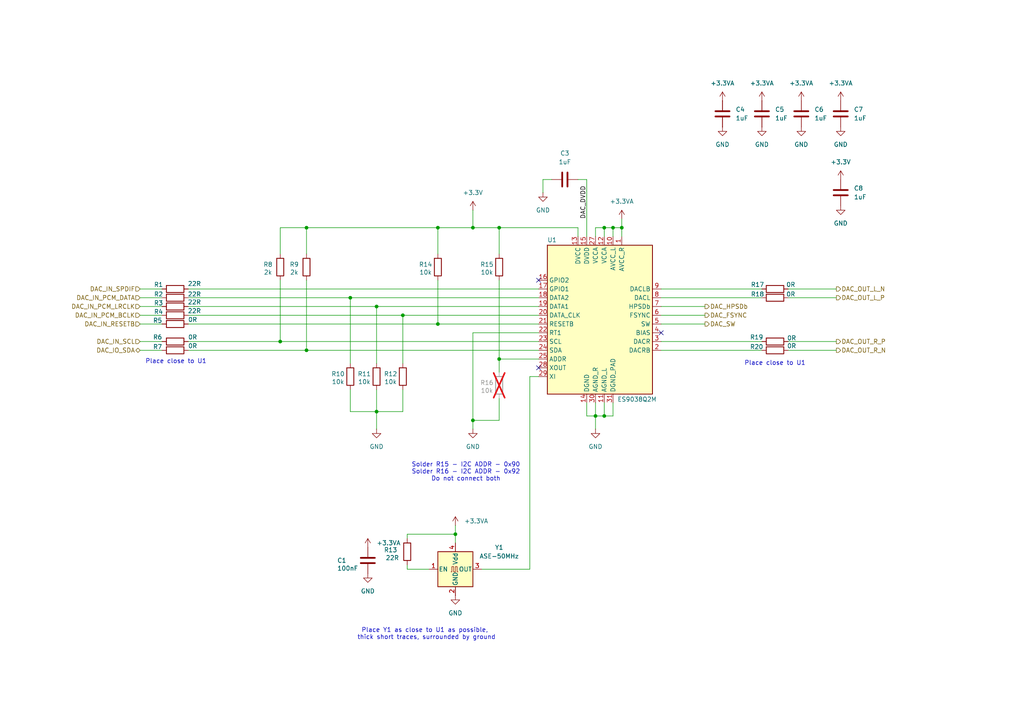
<source format=kicad_sch>
(kicad_sch
	(version 20231120)
	(generator "eeschema")
	(generator_version "8.0")
	(uuid "a327d545-565f-4b2f-8b6e-3b8d88df2e45")
	(paper "A4")
	(title_block
		(title "mahaudio HiFi DAC for RPi - DAC Block")
		(date "2024-08-25")
		(rev "1")
		(company "mahaudio")
	)
	(lib_symbols
		(symbol "Device:C"
			(pin_numbers hide)
			(pin_names
				(offset 0.254)
			)
			(exclude_from_sim no)
			(in_bom yes)
			(on_board yes)
			(property "Reference" "C"
				(at 0.635 2.54 0)
				(effects
					(font
						(size 1.27 1.27)
					)
					(justify left)
				)
			)
			(property "Value" "C"
				(at 0.635 -2.54 0)
				(effects
					(font
						(size 1.27 1.27)
					)
					(justify left)
				)
			)
			(property "Footprint" ""
				(at 0.9652 -3.81 0)
				(effects
					(font
						(size 1.27 1.27)
					)
					(hide yes)
				)
			)
			(property "Datasheet" "~"
				(at 0 0 0)
				(effects
					(font
						(size 1.27 1.27)
					)
					(hide yes)
				)
			)
			(property "Description" "Unpolarized capacitor"
				(at 0 0 0)
				(effects
					(font
						(size 1.27 1.27)
					)
					(hide yes)
				)
			)
			(property "ki_keywords" "cap capacitor"
				(at 0 0 0)
				(effects
					(font
						(size 1.27 1.27)
					)
					(hide yes)
				)
			)
			(property "ki_fp_filters" "C_*"
				(at 0 0 0)
				(effects
					(font
						(size 1.27 1.27)
					)
					(hide yes)
				)
			)
			(symbol "C_0_1"
				(polyline
					(pts
						(xy -2.032 -0.762) (xy 2.032 -0.762)
					)
					(stroke
						(width 0.508)
						(type default)
					)
					(fill
						(type none)
					)
				)
				(polyline
					(pts
						(xy -2.032 0.762) (xy 2.032 0.762)
					)
					(stroke
						(width 0.508)
						(type default)
					)
					(fill
						(type none)
					)
				)
			)
			(symbol "C_1_1"
				(pin passive line
					(at 0 3.81 270)
					(length 2.794)
					(name "~"
						(effects
							(font
								(size 1.27 1.27)
							)
						)
					)
					(number "1"
						(effects
							(font
								(size 1.27 1.27)
							)
						)
					)
				)
				(pin passive line
					(at 0 -3.81 90)
					(length 2.794)
					(name "~"
						(effects
							(font
								(size 1.27 1.27)
							)
						)
					)
					(number "2"
						(effects
							(font
								(size 1.27 1.27)
							)
						)
					)
				)
			)
		)
		(symbol "Device:R"
			(pin_numbers hide)
			(pin_names
				(offset 0)
			)
			(exclude_from_sim no)
			(in_bom yes)
			(on_board yes)
			(property "Reference" "R"
				(at 2.032 0 90)
				(effects
					(font
						(size 1.27 1.27)
					)
				)
			)
			(property "Value" "R"
				(at 0 0 90)
				(effects
					(font
						(size 1.27 1.27)
					)
				)
			)
			(property "Footprint" ""
				(at -1.778 0 90)
				(effects
					(font
						(size 1.27 1.27)
					)
					(hide yes)
				)
			)
			(property "Datasheet" "~"
				(at 0 0 0)
				(effects
					(font
						(size 1.27 1.27)
					)
					(hide yes)
				)
			)
			(property "Description" "Resistor"
				(at 0 0 0)
				(effects
					(font
						(size 1.27 1.27)
					)
					(hide yes)
				)
			)
			(property "ki_keywords" "R res resistor"
				(at 0 0 0)
				(effects
					(font
						(size 1.27 1.27)
					)
					(hide yes)
				)
			)
			(property "ki_fp_filters" "R_*"
				(at 0 0 0)
				(effects
					(font
						(size 1.27 1.27)
					)
					(hide yes)
				)
			)
			(symbol "R_0_1"
				(rectangle
					(start -1.016 -2.54)
					(end 1.016 2.54)
					(stroke
						(width 0.254)
						(type default)
					)
					(fill
						(type none)
					)
				)
			)
			(symbol "R_1_1"
				(pin passive line
					(at 0 3.81 270)
					(length 1.27)
					(name "~"
						(effects
							(font
								(size 1.27 1.27)
							)
						)
					)
					(number "1"
						(effects
							(font
								(size 1.27 1.27)
							)
						)
					)
				)
				(pin passive line
					(at 0 -3.81 90)
					(length 1.27)
					(name "~"
						(effects
							(font
								(size 1.27 1.27)
							)
						)
					)
					(number "2"
						(effects
							(font
								(size 1.27 1.27)
							)
						)
					)
				)
			)
		)
		(symbol "Oscillator:ASE-xxxMHz"
			(pin_names
				(offset 0.254)
			)
			(exclude_from_sim no)
			(in_bom yes)
			(on_board yes)
			(property "Reference" "Y"
				(at -5.08 6.35 0)
				(effects
					(font
						(size 1.27 1.27)
					)
					(justify left)
				)
			)
			(property "Value" "ASE-xxxMHz"
				(at 1.27 -6.35 0)
				(effects
					(font
						(size 1.27 1.27)
					)
					(justify left)
				)
			)
			(property "Footprint" "Oscillator:Oscillator_SMD_Abracon_ASE-4Pin_3.2x2.5mm"
				(at 17.78 -8.89 0)
				(effects
					(font
						(size 1.27 1.27)
					)
					(hide yes)
				)
			)
			(property "Datasheet" "http://www.abracon.com/Oscillators/ASV.pdf"
				(at -2.54 0 0)
				(effects
					(font
						(size 1.27 1.27)
					)
					(hide yes)
				)
			)
			(property "Description" "3.3V CMOS SMD Crystal Clock Oscillator, Abracon"
				(at 0 0 0)
				(effects
					(font
						(size 1.27 1.27)
					)
					(hide yes)
				)
			)
			(property "ki_keywords" "3.3V CMOS SMD Crystal Clock Oscillator"
				(at 0 0 0)
				(effects
					(font
						(size 1.27 1.27)
					)
					(hide yes)
				)
			)
			(property "ki_fp_filters" "Oscillator*SMD*Abracon*ASE*3.2x2.5mm*"
				(at 0 0 0)
				(effects
					(font
						(size 1.27 1.27)
					)
					(hide yes)
				)
			)
			(symbol "ASE-xxxMHz_0_1"
				(rectangle
					(start -5.08 5.08)
					(end 5.08 -5.08)
					(stroke
						(width 0.254)
						(type default)
					)
					(fill
						(type background)
					)
				)
				(polyline
					(pts
						(xy -1.27 -0.762) (xy -1.016 -0.762) (xy -1.016 0.762) (xy -0.508 0.762) (xy -0.508 -0.762) (xy 0 -0.762)
						(xy 0 0.762) (xy 0.508 0.762) (xy 0.508 -0.762) (xy 0.762 -0.762)
					)
					(stroke
						(width 0)
						(type default)
					)
					(fill
						(type none)
					)
				)
			)
			(symbol "ASE-xxxMHz_1_1"
				(pin input line
					(at -7.62 0 0)
					(length 2.54)
					(name "EN"
						(effects
							(font
								(size 1.27 1.27)
							)
						)
					)
					(number "1"
						(effects
							(font
								(size 1.27 1.27)
							)
						)
					)
				)
				(pin power_in line
					(at 0 -7.62 90)
					(length 2.54)
					(name "GND"
						(effects
							(font
								(size 1.27 1.27)
							)
						)
					)
					(number "2"
						(effects
							(font
								(size 1.27 1.27)
							)
						)
					)
				)
				(pin output line
					(at 7.62 0 180)
					(length 2.54)
					(name "OUT"
						(effects
							(font
								(size 1.27 1.27)
							)
						)
					)
					(number "3"
						(effects
							(font
								(size 1.27 1.27)
							)
						)
					)
				)
				(pin power_in line
					(at 0 7.62 270)
					(length 2.54)
					(name "Vdd"
						(effects
							(font
								(size 1.27 1.27)
							)
						)
					)
					(number "4"
						(effects
							(font
								(size 1.27 1.27)
							)
						)
					)
				)
			)
		)
		(symbol "mahaudio KiCad Library:ES9038Q2M"
			(exclude_from_sim no)
			(in_bom yes)
			(on_board yes)
			(property "Reference" "U"
				(at 23.114 15.24 90)
				(effects
					(font
						(size 1.27 1.27)
					)
					(justify right)
				)
			)
			(property "Value" "ES9038Q2M"
				(at -23.114 -5.08 90)
				(effects
					(font
						(size 1.27 1.27)
					)
					(justify right)
				)
			)
			(property "Footprint" "mahaudio KiCad Library:QFN-30_EP_3x5_Pitch0.4mm"
				(at 21.59 3.81 0)
				(effects
					(font
						(size 1.27 1.27)
					)
					(hide yes)
				)
			)
			(property "Datasheet" "https://www.esstech.com/wp-content/uploads/2023/03/ES9039Q2M_Datasheet_v0.1.3.pdf"
				(at 33.274 -34.036 0)
				(effects
					(font
						(size 1.27 1.27)
					)
					(hide yes)
				)
			)
			(property "Description" "SABRE HiFi 32-Bit Stereo Low Power Audio DAC"
				(at 12.446 -31.242 0)
				(effects
					(font
						(size 1.27 1.27)
					)
					(hide yes)
				)
			)
			(property "ki_keywords" "es9038 ess sabre"
				(at 0 0 0)
				(effects
					(font
						(size 1.27 1.27)
					)
					(hide yes)
				)
			)
			(symbol "ES9038Q2M_0_1"
				(rectangle
					(start -21.59 15.24)
					(end 21.59 -15.24)
					(stroke
						(width 0.254)
						(type default)
					)
					(fill
						(type background)
					)
				)
			)
			(symbol "ES9038Q2M_1_1"
				(pin power_in line
					(at 24.13 -6.35 180)
					(length 2.54)
					(name "AVCC_R"
						(effects
							(font
								(size 1.27 1.27)
							)
						)
					)
					(number "1"
						(effects
							(font
								(size 1.27 1.27)
							)
						)
					)
				)
				(pin power_in line
					(at 24.13 -3.81 180)
					(length 2.54)
					(name "AVCC_L"
						(effects
							(font
								(size 1.27 1.27)
							)
						)
					)
					(number "10"
						(effects
							(font
								(size 1.27 1.27)
							)
						)
					)
				)
				(pin power_in line
					(at -24.13 -1.27 0)
					(length 2.54)
					(name "AGND_L"
						(effects
							(font
								(size 1.27 1.27)
							)
						)
					)
					(number "11"
						(effects
							(font
								(size 1.27 1.27)
							)
						)
					)
				)
				(pin power_in line
					(at 24.13 -1.27 180)
					(length 2.54)
					(name "VCCA"
						(effects
							(font
								(size 1.27 1.27)
							)
						)
					)
					(number "12"
						(effects
							(font
								(size 1.27 1.27)
							)
						)
					)
				)
				(pin power_in line
					(at 24.13 6.35 180)
					(length 2.54)
					(name "DVCC"
						(effects
							(font
								(size 1.27 1.27)
							)
						)
					)
					(number "13"
						(effects
							(font
								(size 1.27 1.27)
							)
						)
					)
				)
				(pin power_in line
					(at -24.13 3.81 0)
					(length 2.54)
					(name "DGND"
						(effects
							(font
								(size 1.27 1.27)
							)
						)
					)
					(number "14"
						(effects
							(font
								(size 1.27 1.27)
							)
						)
					)
				)
				(pin power_in line
					(at 24.13 3.81 180)
					(length 2.54)
					(name "DVDD"
						(effects
							(font
								(size 1.27 1.27)
							)
						)
					)
					(number "15"
						(effects
							(font
								(size 1.27 1.27)
							)
						)
					)
				)
				(pin bidirectional line
					(at 11.43 17.78 270)
					(length 2.54)
					(name "GPIO2"
						(effects
							(font
								(size 1.27 1.27)
							)
						)
					)
					(number "16"
						(effects
							(font
								(size 1.27 1.27)
							)
						)
					)
				)
				(pin bidirectional line
					(at 8.89 17.78 270)
					(length 2.54)
					(name "GPIO1"
						(effects
							(font
								(size 1.27 1.27)
							)
						)
					)
					(number "17"
						(effects
							(font
								(size 1.27 1.27)
							)
						)
					)
				)
				(pin input line
					(at 6.35 17.78 270)
					(length 2.54)
					(name "DATA2"
						(effects
							(font
								(size 1.27 1.27)
							)
						)
					)
					(number "18"
						(effects
							(font
								(size 1.27 1.27)
							)
						)
					)
				)
				(pin bidirectional line
					(at 3.81 17.78 270)
					(length 2.54)
					(name "DATA1"
						(effects
							(font
								(size 1.27 1.27)
							)
						)
					)
					(number "19"
						(effects
							(font
								(size 1.27 1.27)
							)
						)
					)
				)
				(pin output line
					(at -8.89 -17.78 90)
					(length 2.54)
					(name "DACRB"
						(effects
							(font
								(size 1.27 1.27)
							)
						)
					)
					(number "2"
						(effects
							(font
								(size 1.27 1.27)
							)
						)
					)
				)
				(pin bidirectional line
					(at 1.27 17.78 270)
					(length 2.54)
					(name "DATA_CLK"
						(effects
							(font
								(size 1.27 1.27)
							)
						)
					)
					(number "20"
						(effects
							(font
								(size 1.27 1.27)
							)
						)
					)
				)
				(pin input line
					(at -1.27 17.78 270)
					(length 2.54)
					(name "RESETB"
						(effects
							(font
								(size 1.27 1.27)
							)
						)
					)
					(number "21"
						(effects
							(font
								(size 1.27 1.27)
							)
						)
					)
				)
				(pin tri_state line
					(at -3.81 17.78 270)
					(length 2.54)
					(name "RT1"
						(effects
							(font
								(size 1.27 1.27)
							)
						)
					)
					(number "22"
						(effects
							(font
								(size 1.27 1.27)
							)
						)
					)
				)
				(pin input line
					(at -6.35 17.78 270)
					(length 2.54)
					(name "SCL"
						(effects
							(font
								(size 1.27 1.27)
							)
						)
					)
					(number "23"
						(effects
							(font
								(size 1.27 1.27)
							)
						)
					)
				)
				(pin bidirectional line
					(at -8.89 17.78 270)
					(length 2.54)
					(name "SDA"
						(effects
							(font
								(size 1.27 1.27)
							)
						)
					)
					(number "24"
						(effects
							(font
								(size 1.27 1.27)
							)
						)
					)
				)
				(pin input line
					(at -11.43 17.78 270)
					(length 2.54)
					(name "ADDR"
						(effects
							(font
								(size 1.27 1.27)
							)
						)
					)
					(number "25"
						(effects
							(font
								(size 1.27 1.27)
							)
						)
					)
				)
				(pin no_connect line
					(at -21.59 7.62 0)
					(length 2.54) hide
					(name "NC"
						(effects
							(font
								(size 1.27 1.27)
							)
						)
					)
					(number "26"
						(effects
							(font
								(size 1.27 1.27)
							)
						)
					)
				)
				(pin power_in line
					(at 24.13 1.27 180)
					(length 2.54)
					(name "VCCA"
						(effects
							(font
								(size 1.27 1.27)
							)
						)
					)
					(number "27"
						(effects
							(font
								(size 1.27 1.27)
							)
						)
					)
				)
				(pin output line
					(at -13.97 17.78 270)
					(length 2.54)
					(name "XOUT"
						(effects
							(font
								(size 1.27 1.27)
							)
						)
					)
					(number "28"
						(effects
							(font
								(size 1.27 1.27)
							)
						)
					)
				)
				(pin input line
					(at -16.51 17.78 270)
					(length 2.54)
					(name "XI"
						(effects
							(font
								(size 1.27 1.27)
							)
						)
					)
					(number "29"
						(effects
							(font
								(size 1.27 1.27)
							)
						)
					)
				)
				(pin output line
					(at -6.35 -17.78 90)
					(length 2.54)
					(name "DACR"
						(effects
							(font
								(size 1.27 1.27)
							)
						)
					)
					(number "3"
						(effects
							(font
								(size 1.27 1.27)
							)
						)
					)
				)
				(pin power_in line
					(at -24.13 1.27 0)
					(length 2.54)
					(name "AGND_R"
						(effects
							(font
								(size 1.27 1.27)
							)
						)
					)
					(number "30"
						(effects
							(font
								(size 1.27 1.27)
							)
						)
					)
				)
				(pin power_in line
					(at -24.13 -3.81 0)
					(length 2.54)
					(name "DGND_PAD"
						(effects
							(font
								(size 1.27 1.27)
							)
						)
					)
					(number "31"
						(effects
							(font
								(size 1.27 1.27)
							)
						)
					)
				)
				(pin output line
					(at -3.81 -17.78 90)
					(length 2.54)
					(name "BIAS"
						(effects
							(font
								(size 1.27 1.27)
							)
						)
					)
					(number "4"
						(effects
							(font
								(size 1.27 1.27)
							)
						)
					)
				)
				(pin bidirectional line
					(at -1.27 -17.78 90)
					(length 2.54)
					(name "SW"
						(effects
							(font
								(size 1.27 1.27)
							)
						)
					)
					(number "5"
						(effects
							(font
								(size 1.27 1.27)
							)
						)
					)
				)
				(pin output line
					(at 1.27 -17.78 90)
					(length 2.54)
					(name "FSYNC"
						(effects
							(font
								(size 1.27 1.27)
							)
						)
					)
					(number "6"
						(effects
							(font
								(size 1.27 1.27)
							)
						)
					)
				)
				(pin output line
					(at 3.81 -17.78 90)
					(length 2.54)
					(name "HPSDb"
						(effects
							(font
								(size 1.27 1.27)
							)
						)
					)
					(number "7"
						(effects
							(font
								(size 1.27 1.27)
							)
						)
					)
				)
				(pin output line
					(at 6.35 -17.78 90)
					(length 2.54)
					(name "DACL"
						(effects
							(font
								(size 1.27 1.27)
							)
						)
					)
					(number "8"
						(effects
							(font
								(size 1.27 1.27)
							)
						)
					)
				)
				(pin output line
					(at 8.89 -17.78 90)
					(length 2.54)
					(name "DACLB"
						(effects
							(font
								(size 1.27 1.27)
							)
						)
					)
					(number "9"
						(effects
							(font
								(size 1.27 1.27)
							)
						)
					)
				)
			)
		)
		(symbol "power:+3.3V"
			(power)
			(pin_numbers hide)
			(pin_names
				(offset 0) hide)
			(exclude_from_sim no)
			(in_bom yes)
			(on_board yes)
			(property "Reference" "#PWR"
				(at 0 -3.81 0)
				(effects
					(font
						(size 1.27 1.27)
					)
					(hide yes)
				)
			)
			(property "Value" "+3.3V"
				(at 0 3.556 0)
				(effects
					(font
						(size 1.27 1.27)
					)
				)
			)
			(property "Footprint" ""
				(at 0 0 0)
				(effects
					(font
						(size 1.27 1.27)
					)
					(hide yes)
				)
			)
			(property "Datasheet" ""
				(at 0 0 0)
				(effects
					(font
						(size 1.27 1.27)
					)
					(hide yes)
				)
			)
			(property "Description" "Power symbol creates a global label with name \"+3.3V\""
				(at 0 0 0)
				(effects
					(font
						(size 1.27 1.27)
					)
					(hide yes)
				)
			)
			(property "ki_keywords" "global power"
				(at 0 0 0)
				(effects
					(font
						(size 1.27 1.27)
					)
					(hide yes)
				)
			)
			(symbol "+3.3V_0_1"
				(polyline
					(pts
						(xy -0.762 1.27) (xy 0 2.54)
					)
					(stroke
						(width 0)
						(type default)
					)
					(fill
						(type none)
					)
				)
				(polyline
					(pts
						(xy 0 0) (xy 0 2.54)
					)
					(stroke
						(width 0)
						(type default)
					)
					(fill
						(type none)
					)
				)
				(polyline
					(pts
						(xy 0 2.54) (xy 0.762 1.27)
					)
					(stroke
						(width 0)
						(type default)
					)
					(fill
						(type none)
					)
				)
			)
			(symbol "+3.3V_1_1"
				(pin power_in line
					(at 0 0 90)
					(length 0)
					(name "~"
						(effects
							(font
								(size 1.27 1.27)
							)
						)
					)
					(number "1"
						(effects
							(font
								(size 1.27 1.27)
							)
						)
					)
				)
			)
		)
		(symbol "power:+3.3VA"
			(power)
			(pin_numbers hide)
			(pin_names
				(offset 0) hide)
			(exclude_from_sim no)
			(in_bom yes)
			(on_board yes)
			(property "Reference" "#PWR"
				(at 0 -3.81 0)
				(effects
					(font
						(size 1.27 1.27)
					)
					(hide yes)
				)
			)
			(property "Value" "+3.3VA"
				(at 0 3.556 0)
				(effects
					(font
						(size 1.27 1.27)
					)
				)
			)
			(property "Footprint" ""
				(at 0 0 0)
				(effects
					(font
						(size 1.27 1.27)
					)
					(hide yes)
				)
			)
			(property "Datasheet" ""
				(at 0 0 0)
				(effects
					(font
						(size 1.27 1.27)
					)
					(hide yes)
				)
			)
			(property "Description" "Power symbol creates a global label with name \"+3.3VA\""
				(at 0 0 0)
				(effects
					(font
						(size 1.27 1.27)
					)
					(hide yes)
				)
			)
			(property "ki_keywords" "global power"
				(at 0 0 0)
				(effects
					(font
						(size 1.27 1.27)
					)
					(hide yes)
				)
			)
			(symbol "+3.3VA_0_1"
				(polyline
					(pts
						(xy -0.762 1.27) (xy 0 2.54)
					)
					(stroke
						(width 0)
						(type default)
					)
					(fill
						(type none)
					)
				)
				(polyline
					(pts
						(xy 0 0) (xy 0 2.54)
					)
					(stroke
						(width 0)
						(type default)
					)
					(fill
						(type none)
					)
				)
				(polyline
					(pts
						(xy 0 2.54) (xy 0.762 1.27)
					)
					(stroke
						(width 0)
						(type default)
					)
					(fill
						(type none)
					)
				)
			)
			(symbol "+3.3VA_1_1"
				(pin power_in line
					(at 0 0 90)
					(length 0)
					(name "~"
						(effects
							(font
								(size 1.27 1.27)
							)
						)
					)
					(number "1"
						(effects
							(font
								(size 1.27 1.27)
							)
						)
					)
				)
			)
		)
		(symbol "power:GND"
			(power)
			(pin_numbers hide)
			(pin_names
				(offset 0) hide)
			(exclude_from_sim no)
			(in_bom yes)
			(on_board yes)
			(property "Reference" "#PWR"
				(at 0 -6.35 0)
				(effects
					(font
						(size 1.27 1.27)
					)
					(hide yes)
				)
			)
			(property "Value" "GND"
				(at 0 -3.81 0)
				(effects
					(font
						(size 1.27 1.27)
					)
				)
			)
			(property "Footprint" ""
				(at 0 0 0)
				(effects
					(font
						(size 1.27 1.27)
					)
					(hide yes)
				)
			)
			(property "Datasheet" ""
				(at 0 0 0)
				(effects
					(font
						(size 1.27 1.27)
					)
					(hide yes)
				)
			)
			(property "Description" "Power symbol creates a global label with name \"GND\" , ground"
				(at 0 0 0)
				(effects
					(font
						(size 1.27 1.27)
					)
					(hide yes)
				)
			)
			(property "ki_keywords" "global power"
				(at 0 0 0)
				(effects
					(font
						(size 1.27 1.27)
					)
					(hide yes)
				)
			)
			(symbol "GND_0_1"
				(polyline
					(pts
						(xy 0 0) (xy 0 -1.27) (xy 1.27 -1.27) (xy 0 -2.54) (xy -1.27 -1.27) (xy 0 -1.27)
					)
					(stroke
						(width 0)
						(type default)
					)
					(fill
						(type none)
					)
				)
			)
			(symbol "GND_1_1"
				(pin power_in line
					(at 0 0 270)
					(length 0)
					(name "~"
						(effects
							(font
								(size 1.27 1.27)
							)
						)
					)
					(number "1"
						(effects
							(font
								(size 1.27 1.27)
							)
						)
					)
				)
			)
		)
	)
	(junction
		(at 132.08 154.94)
		(diameter 0)
		(color 0 0 0 0)
		(uuid "0688234b-ff20-4c6a-afdb-f6fcbd2d96ca")
	)
	(junction
		(at 172.72 120.65)
		(diameter 0)
		(color 0 0 0 0)
		(uuid "10b97d0a-7147-42f2-b706-16101e5d088b")
	)
	(junction
		(at 127 93.98)
		(diameter 0)
		(color 0 0 0 0)
		(uuid "169be955-68fe-4099-bb30-2a0ed304b134")
	)
	(junction
		(at 109.22 88.9)
		(diameter 0)
		(color 0 0 0 0)
		(uuid "202a2609-d868-4fd5-ba4b-7c08bf7797b9")
	)
	(junction
		(at 109.22 119.38)
		(diameter 0)
		(color 0 0 0 0)
		(uuid "28c0938f-6e40-4d6e-8462-b03051ec7e09")
	)
	(junction
		(at 101.6 86.36)
		(diameter 0)
		(color 0 0 0 0)
		(uuid "39664f58-88ff-400b-8853-6cae0f8003a6")
	)
	(junction
		(at 88.9 101.6)
		(diameter 0)
		(color 0 0 0 0)
		(uuid "524270d0-b5f7-4355-88b4-6d5db7cab6e1")
	)
	(junction
		(at 116.84 91.44)
		(diameter 0)
		(color 0 0 0 0)
		(uuid "579c043b-2508-403e-9d98-16a326354ac6")
	)
	(junction
		(at 144.78 66.04)
		(diameter 0)
		(color 0 0 0 0)
		(uuid "7dc8c2c7-23ce-4a3f-8b2f-07f2067a3d8b")
	)
	(junction
		(at 144.78 104.14)
		(diameter 0)
		(color 0 0 0 0)
		(uuid "8ded71b9-6dd5-40d1-b901-49182c6145b7")
	)
	(junction
		(at 81.28 99.06)
		(diameter 0)
		(color 0 0 0 0)
		(uuid "a9ba461c-ae87-4ada-a89b-1d17caca54d4")
	)
	(junction
		(at 88.9 66.04)
		(diameter 0)
		(color 0 0 0 0)
		(uuid "c11636a4-4af1-4e39-b4e4-e7915aa3b762")
	)
	(junction
		(at 137.16 66.04)
		(diameter 0)
		(color 0 0 0 0)
		(uuid "cb825ec1-b09c-4601-a091-53c9e2fae3c3")
	)
	(junction
		(at 180.34 66.04)
		(diameter 0)
		(color 0 0 0 0)
		(uuid "ddc4fb9b-71ab-42be-80e2-c2c62cdd7513")
	)
	(junction
		(at 177.8 66.04)
		(diameter 0)
		(color 0 0 0 0)
		(uuid "e04c1e3e-d3fd-48b0-b592-9df9b83fa6ba")
	)
	(junction
		(at 175.26 120.65)
		(diameter 0)
		(color 0 0 0 0)
		(uuid "e3ef1f3f-b99d-4658-94d1-9cad20a5bf24")
	)
	(junction
		(at 137.16 121.92)
		(diameter 0)
		(color 0 0 0 0)
		(uuid "f191eef9-a00c-4871-a21e-949e0e5c7d20")
	)
	(junction
		(at 127 66.04)
		(diameter 0)
		(color 0 0 0 0)
		(uuid "f26d36c1-04d4-4fac-92dd-eb2d716f41b5")
	)
	(junction
		(at 175.26 66.04)
		(diameter 0)
		(color 0 0 0 0)
		(uuid "f53c0dc2-fa42-43c2-90fe-53bb2fe9f786")
	)
	(no_connect
		(at 191.77 96.52)
		(uuid "08ab1bc0-36a2-455f-bdff-83529f4754bd")
	)
	(no_connect
		(at 156.21 106.68)
		(uuid "6d182c63-8caf-4c4f-9e60-b8fc21172428")
	)
	(no_connect
		(at 156.21 81.28)
		(uuid "90862b0b-b914-45e6-8958-88cf2ed0d0c9")
	)
	(wire
		(pts
			(xy 109.22 88.9) (xy 156.21 88.9)
		)
		(stroke
			(width 0)
			(type default)
		)
		(uuid "02bf1bad-3c51-42fd-9b4d-6d383d4666a6")
	)
	(wire
		(pts
			(xy 156.21 104.14) (xy 144.78 104.14)
		)
		(stroke
			(width 0)
			(type default)
		)
		(uuid "042d2dd5-c669-4b12-9002-dff69a7cf462")
	)
	(wire
		(pts
			(xy 54.61 91.44) (xy 116.84 91.44)
		)
		(stroke
			(width 0)
			(type default)
		)
		(uuid "06939fbe-e404-4a0a-9093-be5054234d2e")
	)
	(wire
		(pts
			(xy 109.22 119.38) (xy 109.22 124.46)
		)
		(stroke
			(width 0)
			(type default)
		)
		(uuid "0b111028-8e0f-421e-9cd2-7146c26fe39b")
	)
	(wire
		(pts
			(xy 118.11 154.94) (xy 118.11 156.21)
		)
		(stroke
			(width 0)
			(type default)
		)
		(uuid "0c3575cc-e396-4524-988e-a0fbe2d85815")
	)
	(wire
		(pts
			(xy 177.8 66.04) (xy 177.8 68.58)
		)
		(stroke
			(width 0)
			(type default)
		)
		(uuid "0c7dcf6d-29e8-4fa5-b25e-1df1234f44d2")
	)
	(wire
		(pts
			(xy 40.64 93.98) (xy 46.99 93.98)
		)
		(stroke
			(width 0)
			(type default)
		)
		(uuid "0fa9bf32-5498-4548-86fc-198b6a480e1d")
	)
	(wire
		(pts
			(xy 54.61 83.82) (xy 156.21 83.82)
		)
		(stroke
			(width 0)
			(type default)
		)
		(uuid "10d992b8-a35a-4720-9d3e-7e3d61830731")
	)
	(wire
		(pts
			(xy 153.67 109.22) (xy 156.21 109.22)
		)
		(stroke
			(width 0)
			(type default)
		)
		(uuid "1276e46b-5791-4708-9d3d-24950f826aa1")
	)
	(wire
		(pts
			(xy 191.77 86.36) (xy 220.98 86.36)
		)
		(stroke
			(width 0)
			(type default)
		)
		(uuid "13e63666-6e5b-4c11-b88f-6e4b75915179")
	)
	(wire
		(pts
			(xy 116.84 91.44) (xy 116.84 105.41)
		)
		(stroke
			(width 0)
			(type default)
		)
		(uuid "14ef95e7-5db1-4d9d-b4af-f6f6b8470088")
	)
	(wire
		(pts
			(xy 54.61 88.9) (xy 109.22 88.9)
		)
		(stroke
			(width 0)
			(type default)
		)
		(uuid "1512e943-7dc8-4f90-89ce-a7287f359bd9")
	)
	(wire
		(pts
			(xy 127 73.66) (xy 127 66.04)
		)
		(stroke
			(width 0)
			(type default)
		)
		(uuid "155df1d2-f10c-4fc4-9713-a9eb38c33262")
	)
	(wire
		(pts
			(xy 172.72 66.04) (xy 175.26 66.04)
		)
		(stroke
			(width 0)
			(type default)
		)
		(uuid "19504cbb-2907-4ff8-b7f3-87601b1eab98")
	)
	(wire
		(pts
			(xy 88.9 66.04) (xy 127 66.04)
		)
		(stroke
			(width 0)
			(type default)
		)
		(uuid "1a0bb5d8-c8f3-4d88-842e-178bfbf8f690")
	)
	(wire
		(pts
			(xy 88.9 81.28) (xy 88.9 101.6)
		)
		(stroke
			(width 0)
			(type default)
		)
		(uuid "1beeb631-4723-4c0c-969a-676fbae15fc5")
	)
	(wire
		(pts
			(xy 144.78 66.04) (xy 137.16 66.04)
		)
		(stroke
			(width 0)
			(type default)
		)
		(uuid "1bf574e7-4459-49c6-90d4-19cbbbff4c0e")
	)
	(wire
		(pts
			(xy 101.6 113.03) (xy 101.6 119.38)
		)
		(stroke
			(width 0)
			(type default)
		)
		(uuid "1e3f1418-7629-44a0-9f67-527b89bb9ada")
	)
	(wire
		(pts
			(xy 172.72 116.84) (xy 172.72 120.65)
		)
		(stroke
			(width 0)
			(type default)
		)
		(uuid "2102f261-0c39-4d8b-a898-7230432f4c4c")
	)
	(wire
		(pts
			(xy 109.22 119.38) (xy 116.84 119.38)
		)
		(stroke
			(width 0)
			(type default)
		)
		(uuid "256c5b28-a158-4b13-96f8-8214383fb606")
	)
	(wire
		(pts
			(xy 81.28 81.28) (xy 81.28 99.06)
		)
		(stroke
			(width 0)
			(type default)
		)
		(uuid "272dc974-f5ef-4fb8-9b24-034cac98375c")
	)
	(wire
		(pts
			(xy 40.64 88.9) (xy 46.99 88.9)
		)
		(stroke
			(width 0)
			(type default)
		)
		(uuid "2bf719d6-bdb6-4c85-92a0-41083cf319e5")
	)
	(wire
		(pts
			(xy 177.8 120.65) (xy 177.8 116.84)
		)
		(stroke
			(width 0)
			(type default)
		)
		(uuid "2c30d5c4-f1e2-458f-95fe-2b7eb169c5bf")
	)
	(wire
		(pts
			(xy 170.18 116.84) (xy 170.18 120.65)
		)
		(stroke
			(width 0)
			(type default)
		)
		(uuid "3256f087-25a8-45fd-be42-417fd753a405")
	)
	(wire
		(pts
			(xy 175.26 120.65) (xy 175.26 116.84)
		)
		(stroke
			(width 0)
			(type default)
		)
		(uuid "36bdba97-3ef2-4030-8cda-5d1d0b571c90")
	)
	(wire
		(pts
			(xy 144.78 121.92) (xy 137.16 121.92)
		)
		(stroke
			(width 0)
			(type default)
		)
		(uuid "37975d14-0d78-4562-bd45-0d14f20babd0")
	)
	(wire
		(pts
			(xy 191.77 91.44) (xy 204.47 91.44)
		)
		(stroke
			(width 0)
			(type default)
		)
		(uuid "39009887-d728-48af-9d0d-1a5ce884c703")
	)
	(wire
		(pts
			(xy 167.64 68.58) (xy 167.64 66.04)
		)
		(stroke
			(width 0)
			(type default)
		)
		(uuid "39807ccc-b503-4dde-bcae-68fc9ca18927")
	)
	(wire
		(pts
			(xy 157.48 52.07) (xy 157.48 55.88)
		)
		(stroke
			(width 0)
			(type default)
		)
		(uuid "3c394ea1-83a4-4530-99d7-22107b2b42f4")
	)
	(wire
		(pts
			(xy 101.6 86.36) (xy 101.6 105.41)
		)
		(stroke
			(width 0)
			(type default)
		)
		(uuid "3e1a9eab-f586-41cf-813d-949a1d8bd42b")
	)
	(wire
		(pts
			(xy 139.7 165.1) (xy 153.67 165.1)
		)
		(stroke
			(width 0)
			(type default)
		)
		(uuid "3e287241-81cb-4d70-acd2-092490b33625")
	)
	(wire
		(pts
			(xy 191.77 83.82) (xy 220.98 83.82)
		)
		(stroke
			(width 0)
			(type default)
		)
		(uuid "47695608-f68f-4fca-9016-8212b7c942de")
	)
	(wire
		(pts
			(xy 127 66.04) (xy 137.16 66.04)
		)
		(stroke
			(width 0)
			(type default)
		)
		(uuid "482b2f50-50bd-405e-bfd1-556af5983e92")
	)
	(wire
		(pts
			(xy 191.77 101.6) (xy 220.98 101.6)
		)
		(stroke
			(width 0)
			(type default)
		)
		(uuid "4918b133-0c80-4c12-8b63-e9d44dbe92ad")
	)
	(wire
		(pts
			(xy 40.64 99.06) (xy 46.99 99.06)
		)
		(stroke
			(width 0)
			(type default)
		)
		(uuid "4be5bd04-fd1f-47b9-9b0b-49be3a7087c3")
	)
	(wire
		(pts
			(xy 40.64 86.36) (xy 46.99 86.36)
		)
		(stroke
			(width 0)
			(type default)
		)
		(uuid "4eb106db-6307-4c33-a4ea-e9b5073e890b")
	)
	(wire
		(pts
			(xy 109.22 113.03) (xy 109.22 119.38)
		)
		(stroke
			(width 0)
			(type default)
		)
		(uuid "55adefe8-a8e6-4a31-8170-accea44cc9a7")
	)
	(wire
		(pts
			(xy 81.28 99.06) (xy 156.21 99.06)
		)
		(stroke
			(width 0)
			(type default)
		)
		(uuid "5c6af194-384b-4b17-9979-4b015a9d07ee")
	)
	(wire
		(pts
			(xy 54.61 86.36) (xy 101.6 86.36)
		)
		(stroke
			(width 0)
			(type default)
		)
		(uuid "60244fcc-9c1a-4baa-a6ad-c6258e86ca0f")
	)
	(wire
		(pts
			(xy 137.16 96.52) (xy 137.16 121.92)
		)
		(stroke
			(width 0)
			(type default)
		)
		(uuid "603811b0-af06-48e1-8335-74ebb75f2a27")
	)
	(wire
		(pts
			(xy 116.84 119.38) (xy 116.84 113.03)
		)
		(stroke
			(width 0)
			(type default)
		)
		(uuid "6058c8ce-1828-4e9c-83ee-6e72868968c3")
	)
	(wire
		(pts
			(xy 175.26 66.04) (xy 175.26 68.58)
		)
		(stroke
			(width 0)
			(type default)
		)
		(uuid "619bf13d-6624-4624-903d-5c1ac9bbed5a")
	)
	(wire
		(pts
			(xy 191.77 99.06) (xy 220.98 99.06)
		)
		(stroke
			(width 0)
			(type default)
		)
		(uuid "619c23a1-7fce-4087-b7df-b09836d8ba81")
	)
	(wire
		(pts
			(xy 180.34 66.04) (xy 180.34 68.58)
		)
		(stroke
			(width 0)
			(type default)
		)
		(uuid "63b02624-5143-4096-9fe2-401dcc192f6a")
	)
	(wire
		(pts
			(xy 170.18 68.58) (xy 170.18 52.07)
		)
		(stroke
			(width 0)
			(type default)
		)
		(uuid "65623dbb-b815-43af-9e60-bf580236101e")
	)
	(wire
		(pts
			(xy 88.9 101.6) (xy 156.21 101.6)
		)
		(stroke
			(width 0)
			(type default)
		)
		(uuid "67affb32-0369-48bd-8a79-a88d1fb48ed9")
	)
	(wire
		(pts
			(xy 144.78 104.14) (xy 144.78 107.95)
		)
		(stroke
			(width 0)
			(type default)
		)
		(uuid "68990c14-09a8-40e9-b2d3-ae17896ccc99")
	)
	(wire
		(pts
			(xy 156.21 96.52) (xy 137.16 96.52)
		)
		(stroke
			(width 0)
			(type default)
		)
		(uuid "756295ff-23ce-4842-a455-6fabb544c4e0")
	)
	(wire
		(pts
			(xy 132.08 154.94) (xy 132.08 157.48)
		)
		(stroke
			(width 0)
			(type default)
		)
		(uuid "793746d9-16df-4113-8f38-b69c4bbc8f29")
	)
	(wire
		(pts
			(xy 172.72 120.65) (xy 172.72 124.46)
		)
		(stroke
			(width 0)
			(type default)
		)
		(uuid "84b984a0-8f19-4e0d-ae81-349449f8a1c9")
	)
	(wire
		(pts
			(xy 157.48 52.07) (xy 160.02 52.07)
		)
		(stroke
			(width 0)
			(type default)
		)
		(uuid "84d04e8e-77ae-4b43-b362-011dbd5b00cc")
	)
	(wire
		(pts
			(xy 175.26 120.65) (xy 177.8 120.65)
		)
		(stroke
			(width 0)
			(type default)
		)
		(uuid "851d3679-6a6f-44e9-be4e-27b0d1eeef33")
	)
	(wire
		(pts
			(xy 54.61 99.06) (xy 81.28 99.06)
		)
		(stroke
			(width 0)
			(type default)
		)
		(uuid "85bc9f38-d758-48ad-9e8f-e36b2b0b4afc")
	)
	(wire
		(pts
			(xy 40.64 91.44) (xy 46.99 91.44)
		)
		(stroke
			(width 0)
			(type default)
		)
		(uuid "8660835a-2d83-475d-80f6-7d28b06eff4d")
	)
	(wire
		(pts
			(xy 118.11 154.94) (xy 132.08 154.94)
		)
		(stroke
			(width 0)
			(type default)
		)
		(uuid "874962be-1537-4a82-8c00-4733cf6646e2")
	)
	(wire
		(pts
			(xy 172.72 120.65) (xy 175.26 120.65)
		)
		(stroke
			(width 0)
			(type default)
		)
		(uuid "8a8bb235-e35f-4d8b-8612-e930930940e7")
	)
	(wire
		(pts
			(xy 177.8 66.04) (xy 180.34 66.04)
		)
		(stroke
			(width 0)
			(type default)
		)
		(uuid "8c6ccd24-3e6b-45e7-9e23-a653e88a9209")
	)
	(wire
		(pts
			(xy 109.22 88.9) (xy 109.22 105.41)
		)
		(stroke
			(width 0)
			(type default)
		)
		(uuid "8cf18255-0162-4914-ac25-cb9123c1b991")
	)
	(wire
		(pts
			(xy 116.84 91.44) (xy 156.21 91.44)
		)
		(stroke
			(width 0)
			(type default)
		)
		(uuid "8ea7b11b-67a5-4fda-96a4-94e6d628a5a8")
	)
	(wire
		(pts
			(xy 40.64 101.6) (xy 46.99 101.6)
		)
		(stroke
			(width 0)
			(type default)
		)
		(uuid "8fd3bf8c-6e37-47aa-888e-19a134dc03d4")
	)
	(wire
		(pts
			(xy 172.72 68.58) (xy 172.72 66.04)
		)
		(stroke
			(width 0)
			(type default)
		)
		(uuid "91d22ec1-a734-424a-a661-63be54386871")
	)
	(wire
		(pts
			(xy 167.64 52.07) (xy 170.18 52.07)
		)
		(stroke
			(width 0)
			(type default)
		)
		(uuid "923f7de1-825e-49ec-b933-2b76c61c052f")
	)
	(wire
		(pts
			(xy 191.77 93.98) (xy 204.47 93.98)
		)
		(stroke
			(width 0)
			(type default)
		)
		(uuid "96a2abc0-2a14-4b83-afab-28a69ff65d16")
	)
	(wire
		(pts
			(xy 144.78 81.28) (xy 144.78 104.14)
		)
		(stroke
			(width 0)
			(type default)
		)
		(uuid "9a0fdcd6-ed49-49f5-9cdd-72e83c65a1fe")
	)
	(wire
		(pts
			(xy 180.34 63.5) (xy 180.34 66.04)
		)
		(stroke
			(width 0)
			(type default)
		)
		(uuid "9fad0162-344a-407d-8c97-c66862baba93")
	)
	(wire
		(pts
			(xy 132.08 152.4) (xy 132.08 154.94)
		)
		(stroke
			(width 0)
			(type default)
		)
		(uuid "a1b08981-1acd-4d0f-b2dc-7a6b6bed770c")
	)
	(wire
		(pts
			(xy 144.78 115.57) (xy 144.78 121.92)
		)
		(stroke
			(width 0)
			(type default)
		)
		(uuid "a5629628-287d-4dfd-8380-cb83a1c9ca2b")
	)
	(wire
		(pts
			(xy 137.16 60.96) (xy 137.16 66.04)
		)
		(stroke
			(width 0)
			(type default)
		)
		(uuid "a59088d7-c683-4efa-bd66-0a106226d8df")
	)
	(wire
		(pts
			(xy 118.11 163.83) (xy 118.11 165.1)
		)
		(stroke
			(width 0)
			(type default)
		)
		(uuid "a692b880-0036-46e4-bb6d-c7f1566c8ed9")
	)
	(wire
		(pts
			(xy 191.77 88.9) (xy 204.47 88.9)
		)
		(stroke
			(width 0)
			(type default)
		)
		(uuid "ae021d1f-c8f4-422d-8397-1bfc1a002e24")
	)
	(wire
		(pts
			(xy 81.28 66.04) (xy 88.9 66.04)
		)
		(stroke
			(width 0)
			(type default)
		)
		(uuid "b12de82e-cdf1-4d79-bcd4-03537f700c61")
	)
	(wire
		(pts
			(xy 101.6 86.36) (xy 156.21 86.36)
		)
		(stroke
			(width 0)
			(type default)
		)
		(uuid "b1b769e7-1f66-4459-b8e7-f1de27207112")
	)
	(wire
		(pts
			(xy 127 93.98) (xy 156.21 93.98)
		)
		(stroke
			(width 0)
			(type default)
		)
		(uuid "b64ac386-9932-48fb-bc84-c0d1a5994773")
	)
	(wire
		(pts
			(xy 228.6 83.82) (xy 242.57 83.82)
		)
		(stroke
			(width 0)
			(type default)
		)
		(uuid "b9979ad3-5168-4304-a514-2f2e168776dd")
	)
	(wire
		(pts
			(xy 153.67 109.22) (xy 153.67 165.1)
		)
		(stroke
			(width 0)
			(type default)
		)
		(uuid "bca37dc5-c073-4f22-9d67-6b9fb479706b")
	)
	(wire
		(pts
			(xy 54.61 93.98) (xy 127 93.98)
		)
		(stroke
			(width 0)
			(type default)
		)
		(uuid "c409fb4c-2580-4b33-acc8-c268977d7451")
	)
	(wire
		(pts
			(xy 118.11 165.1) (xy 124.46 165.1)
		)
		(stroke
			(width 0)
			(type default)
		)
		(uuid "c869e326-0a0d-4052-a61f-c6f14c36ddfb")
	)
	(wire
		(pts
			(xy 127 81.28) (xy 127 93.98)
		)
		(stroke
			(width 0)
			(type default)
		)
		(uuid "c99b4861-74ee-4939-a058-44a399884aee")
	)
	(wire
		(pts
			(xy 54.61 101.6) (xy 88.9 101.6)
		)
		(stroke
			(width 0)
			(type default)
		)
		(uuid "cad5e458-18bd-49b3-9623-e73309b6c0ec")
	)
	(wire
		(pts
			(xy 144.78 66.04) (xy 144.78 73.66)
		)
		(stroke
			(width 0)
			(type default)
		)
		(uuid "ccf5ddf8-5e90-4995-bf69-45a33332e29c")
	)
	(wire
		(pts
			(xy 137.16 121.92) (xy 137.16 124.46)
		)
		(stroke
			(width 0)
			(type default)
		)
		(uuid "d0857200-dbae-46c2-b85a-18cc608f96ba")
	)
	(wire
		(pts
			(xy 81.28 73.66) (xy 81.28 66.04)
		)
		(stroke
			(width 0)
			(type default)
		)
		(uuid "d5305fbf-9f5f-47d6-b76f-caa62cfa3835")
	)
	(wire
		(pts
			(xy 40.64 83.82) (xy 46.99 83.82)
		)
		(stroke
			(width 0)
			(type default)
		)
		(uuid "d87bbf7a-8b74-42b8-9cac-39e43f2b8383")
	)
	(wire
		(pts
			(xy 228.6 99.06) (xy 242.57 99.06)
		)
		(stroke
			(width 0)
			(type default)
		)
		(uuid "dc20aee0-656b-4fbc-b2aa-fc6d478b9c7b")
	)
	(wire
		(pts
			(xy 175.26 66.04) (xy 177.8 66.04)
		)
		(stroke
			(width 0)
			(type default)
		)
		(uuid "dc852645-17f1-4ed8-b0b8-29947beef8b5")
	)
	(wire
		(pts
			(xy 228.6 86.36) (xy 242.57 86.36)
		)
		(stroke
			(width 0)
			(type default)
		)
		(uuid "e5e549b7-0a34-4265-b5a3-a37fa58695d5")
	)
	(wire
		(pts
			(xy 228.6 101.6) (xy 242.57 101.6)
		)
		(stroke
			(width 0)
			(type default)
		)
		(uuid "e82f73a0-855a-4801-a0ef-f92e5afa3908")
	)
	(wire
		(pts
			(xy 144.78 66.04) (xy 167.64 66.04)
		)
		(stroke
			(width 0)
			(type default)
		)
		(uuid "eb3f4dd2-f064-408a-983a-ea244c3dc60d")
	)
	(wire
		(pts
			(xy 170.18 120.65) (xy 172.72 120.65)
		)
		(stroke
			(width 0)
			(type default)
		)
		(uuid "edf1dbce-5937-4723-8f70-cb2650930593")
	)
	(wire
		(pts
			(xy 88.9 73.66) (xy 88.9 66.04)
		)
		(stroke
			(width 0)
			(type default)
		)
		(uuid "ee005304-6e17-4440-b887-c9d5edef21a2")
	)
	(wire
		(pts
			(xy 101.6 119.38) (xy 109.22 119.38)
		)
		(stroke
			(width 0)
			(type default)
		)
		(uuid "f8ce17aa-0c83-4c56-b276-2c0ee26ef117")
	)
	(text "Place close to U1"
		(exclude_from_sim no)
		(at 51.054 104.902 0)
		(effects
			(font
				(size 1.27 1.27)
			)
		)
		(uuid "1963433d-5663-4973-a54a-35f63f2ee49e")
	)
	(text "Solder R15 - I2C ADDR - 0x90\nSolder R16 - I2C ADDR - 0x92\nDo not connect both"
		(exclude_from_sim no)
		(at 135.128 136.906 0)
		(effects
			(font
				(size 1.27 1.27)
			)
		)
		(uuid "1ef44c8e-3f40-440d-b454-e3f484a3d98a")
	)
	(text "Place close to U1"
		(exclude_from_sim no)
		(at 224.79 105.41 0)
		(effects
			(font
				(size 1.27 1.27)
			)
		)
		(uuid "3632fc4d-b2e7-414b-95b0-32751ebdf3d6")
	)
	(text "Place Y1 as close to U1 as possible, \nthick short traces, surrounded by ground"
		(exclude_from_sim no)
		(at 123.698 183.896 0)
		(effects
			(font
				(size 1.27 1.27)
			)
		)
		(uuid "415965da-361d-487a-ae69-8b0797c8e5ab")
	)
	(label "DAC_DVDD"
		(at 170.18 63.5 90)
		(effects
			(font
				(size 1.27 1.27)
			)
			(justify left bottom)
		)
		(uuid "8e4116bb-74a8-4106-bed6-f75e6beb3381")
	)
	(hierarchical_label "DAC_OUT_R_P"
		(shape output)
		(at 242.57 99.06 0)
		(effects
			(font
				(size 1.27 1.27)
			)
			(justify left)
		)
		(uuid "38130194-1aff-4093-9278-81faed05ab37")
	)
	(hierarchical_label "DAC_OUT_L_P"
		(shape output)
		(at 242.57 86.36 0)
		(effects
			(font
				(size 1.27 1.27)
			)
			(justify left)
		)
		(uuid "4fc07a32-3bf6-4d3d-a88b-2f90f57fe651")
	)
	(hierarchical_label "DAC_IN_PCM_LRCLK"
		(shape input)
		(at 40.64 88.9 180)
		(effects
			(font
				(size 1.27 1.27)
			)
			(justify right)
		)
		(uuid "549d2ac5-e67f-43a9-aa7a-67da18243882")
	)
	(hierarchical_label "DAC_IO_SDA"
		(shape bidirectional)
		(at 40.64 101.6 180)
		(effects
			(font
				(size 1.27 1.27)
			)
			(justify right)
		)
		(uuid "5b3c2417-4162-469b-9b4f-8dbbde6752cf")
	)
	(hierarchical_label "DAC_HPSDb"
		(shape output)
		(at 204.47 88.9 0)
		(effects
			(font
				(size 1.27 1.27)
			)
			(justify left)
		)
		(uuid "64baa647-4cca-469a-aa3c-e99408c1de3d")
	)
	(hierarchical_label "DAC_OUT_L_N"
		(shape output)
		(at 242.57 83.82 0)
		(effects
			(font
				(size 1.27 1.27)
			)
			(justify left)
		)
		(uuid "7517ca96-9aac-4860-adb5-404c27c3c220")
	)
	(hierarchical_label "DAC_FSYNC"
		(shape output)
		(at 204.47 91.44 0)
		(effects
			(font
				(size 1.27 1.27)
			)
			(justify left)
		)
		(uuid "86334f4a-e2c0-4571-b572-143b0a15dd7b")
	)
	(hierarchical_label "DAC_OUT_R_N"
		(shape output)
		(at 242.57 101.6 0)
		(effects
			(font
				(size 1.27 1.27)
			)
			(justify left)
		)
		(uuid "96d5009e-d272-4114-93df-2945f232977f")
	)
	(hierarchical_label "DAC_IN_SPDIF"
		(shape input)
		(at 40.64 83.82 180)
		(effects
			(font
				(size 1.27 1.27)
			)
			(justify right)
		)
		(uuid "a37e04eb-78b3-40b3-8f49-84d819054d5a")
	)
	(hierarchical_label "DAC_IN_PCM_BCLK"
		(shape input)
		(at 40.64 91.44 180)
		(effects
			(font
				(size 1.27 1.27)
			)
			(justify right)
		)
		(uuid "a8f8ec22-1526-4b10-a53e-cfd562cc3ea4")
	)
	(hierarchical_label "DAC_SW"
		(shape output)
		(at 204.47 93.98 0)
		(effects
			(font
				(size 1.27 1.27)
			)
			(justify left)
		)
		(uuid "c0eb0dd1-dc28-46ef-afa2-5b8eed4f4b76")
	)
	(hierarchical_label "DAC_IN_SCL"
		(shape input)
		(at 40.64 99.06 180)
		(effects
			(font
				(size 1.27 1.27)
			)
			(justify right)
		)
		(uuid "dda435f4-73d2-4b44-9885-d849205de921")
	)
	(hierarchical_label "DAC_IN_PCM_DATA"
		(shape input)
		(at 40.64 86.36 180)
		(effects
			(font
				(size 1.27 1.27)
			)
			(justify right)
		)
		(uuid "eb134ff5-ccf8-4af8-8e98-f143295cc6cb")
	)
	(hierarchical_label "DAC_IN_RESETB"
		(shape input)
		(at 40.64 93.98 180)
		(effects
			(font
				(size 1.27 1.27)
			)
			(justify right)
		)
		(uuid "fdb479fc-b4e3-451b-859b-aa5f99bcf27e")
	)
	(symbol
		(lib_id "Device:R")
		(at 88.9 77.47 180)
		(unit 1)
		(exclude_from_sim no)
		(in_bom yes)
		(on_board yes)
		(dnp no)
		(uuid "06665e72-512a-435c-a96e-6de248a1dfea")
		(property "Reference" "R9"
			(at 85.344 76.708 0)
			(effects
				(font
					(size 1.27 1.27)
				)
			)
		)
		(property "Value" "2k"
			(at 85.344 78.994 0)
			(effects
				(font
					(size 1.27 1.27)
				)
			)
		)
		(property "Footprint" "Resistor_SMD:R_0402_1005Metric_Pad0.72x0.64mm_HandSolder"
			(at 90.678 77.47 90)
			(effects
				(font
					(size 1.27 1.27)
				)
				(hide yes)
			)
		)
		(property "Datasheet" "~"
			(at 88.9 77.47 0)
			(effects
				(font
					(size 1.27 1.27)
				)
				(hide yes)
			)
		)
		(property "Description" "Resistor"
			(at 88.9 77.47 0)
			(effects
				(font
					(size 1.27 1.27)
				)
				(hide yes)
			)
		)
		(property "Tolerance" "5%"
			(at 88.9 77.47 0)
			(effects
				(font
					(size 1.27 1.27)
				)
				(hide yes)
			)
		)
		(property "JLCPCB Part #" "C4109"
			(at 88.9 77.47 0)
			(effects
				(font
					(size 1.27 1.27)
				)
				(hide yes)
			)
		)
		(pin "2"
			(uuid "d8a908aa-17c4-4fdd-8c12-273221290747")
		)
		(pin "1"
			(uuid "8be7754e-c410-4d1e-8bfe-f7722cb06d18")
		)
		(instances
			(project "mhd314"
				(path "/afee45fc-2361-4efb-9cde-757fc2efd57b/e6893b8a-069a-4e5d-bc8d-bd86195d5cb0"
					(reference "R9")
					(unit 1)
				)
			)
		)
	)
	(symbol
		(lib_id "Device:C")
		(at 209.55 33.02 0)
		(unit 1)
		(exclude_from_sim no)
		(in_bom yes)
		(on_board yes)
		(dnp no)
		(fields_autoplaced yes)
		(uuid "083318be-c9e0-4642-80ae-886b95cd9cb2")
		(property "Reference" "C4"
			(at 213.36 31.7499 0)
			(effects
				(font
					(size 1.27 1.27)
				)
				(justify left)
			)
		)
		(property "Value" "1uF"
			(at 213.36 34.2899 0)
			(effects
				(font
					(size 1.27 1.27)
				)
				(justify left)
			)
		)
		(property "Footprint" "Capacitor_SMD:C_0603_1608Metric_Pad1.08x0.95mm_HandSolder"
			(at 210.5152 36.83 0)
			(effects
				(font
					(size 1.27 1.27)
				)
				(hide yes)
			)
		)
		(property "Datasheet" "~"
			(at 209.55 33.02 0)
			(effects
				(font
					(size 1.27 1.27)
				)
				(hide yes)
			)
		)
		(property "Description" "Unpolarized capacitor"
			(at 209.55 33.02 0)
			(effects
				(font
					(size 1.27 1.27)
				)
				(hide yes)
			)
		)
		(property "Tolerance" "10%"
			(at 209.55 33.02 0)
			(effects
				(font
					(size 1.27 1.27)
				)
				(hide yes)
			)
		)
		(property "Voltage" "16V"
			(at 209.55 33.02 0)
			(effects
				(font
					(size 1.27 1.27)
				)
				(hide yes)
			)
		)
		(property "JLCPCB Part #" "C15849"
			(at 209.55 33.02 0)
			(effects
				(font
					(size 1.27 1.27)
				)
				(hide yes)
			)
		)
		(pin "1"
			(uuid "1b1a222d-df64-4a15-a10c-afa06bbdc553")
		)
		(pin "2"
			(uuid "58a978c3-c697-4f72-890a-ee9b897951bd")
		)
		(instances
			(project "mhd314"
				(path "/afee45fc-2361-4efb-9cde-757fc2efd57b/e6893b8a-069a-4e5d-bc8d-bd86195d5cb0"
					(reference "C4")
					(unit 1)
				)
			)
		)
	)
	(symbol
		(lib_id "Device:R")
		(at 50.8 88.9 90)
		(unit 1)
		(exclude_from_sim no)
		(in_bom yes)
		(on_board yes)
		(dnp no)
		(uuid "08d29709-ad2b-4327-a798-804636f3286a")
		(property "Reference" "R3"
			(at 45.974 87.884 90)
			(effects
				(font
					(size 1.27 1.27)
				)
			)
		)
		(property "Value" "22R"
			(at 56.388 87.63 90)
			(effects
				(font
					(size 1.27 1.27)
				)
			)
		)
		(property "Footprint" "Resistor_SMD:R_0402_1005Metric_Pad0.72x0.64mm_HandSolder"
			(at 50.8 90.678 90)
			(effects
				(font
					(size 1.27 1.27)
				)
				(hide yes)
			)
		)
		(property "Datasheet" "~"
			(at 50.8 88.9 0)
			(effects
				(font
					(size 1.27 1.27)
				)
				(hide yes)
			)
		)
		(property "Description" "Resistor"
			(at 50.8 88.9 0)
			(effects
				(font
					(size 1.27 1.27)
				)
				(hide yes)
			)
		)
		(property "Tolerance" "5%"
			(at 50.8 88.9 0)
			(effects
				(font
					(size 1.27 1.27)
				)
				(hide yes)
			)
		)
		(property "JLCPCB Part #" "C25092"
			(at 50.8 88.9 0)
			(effects
				(font
					(size 1.27 1.27)
				)
				(hide yes)
			)
		)
		(pin "2"
			(uuid "c50f63fc-b1ec-485e-bf2c-a433f19373bf")
		)
		(pin "1"
			(uuid "13fdb6c0-9dd0-466d-9fa6-48491c6f78dc")
		)
		(instances
			(project "mhd314"
				(path "/afee45fc-2361-4efb-9cde-757fc2efd57b/e6893b8a-069a-4e5d-bc8d-bd86195d5cb0"
					(reference "R3")
					(unit 1)
				)
			)
		)
	)
	(symbol
		(lib_id "Device:C")
		(at 106.68 162.56 0)
		(unit 1)
		(exclude_from_sim no)
		(in_bom yes)
		(on_board yes)
		(dnp no)
		(uuid "12a929ca-b6e2-4884-835c-9de0c01696b2")
		(property "Reference" "C1"
			(at 97.79 162.56 0)
			(effects
				(font
					(size 1.27 1.27)
				)
				(justify left)
			)
		)
		(property "Value" "100nF"
			(at 97.79 164.846 0)
			(effects
				(font
					(size 1.27 1.27)
				)
				(justify left)
			)
		)
		(property "Footprint" "Capacitor_SMD:C_0402_1005Metric_Pad0.74x0.62mm_HandSolder"
			(at 107.6452 166.37 0)
			(effects
				(font
					(size 1.27 1.27)
				)
				(hide yes)
			)
		)
		(property "Datasheet" "~"
			(at 106.68 162.56 0)
			(effects
				(font
					(size 1.27 1.27)
				)
				(hide yes)
			)
		)
		(property "Description" "Unpolarized capacitor"
			(at 106.68 162.56 0)
			(effects
				(font
					(size 1.27 1.27)
				)
				(hide yes)
			)
		)
		(property "Tolerance" "10%"
			(at 106.68 162.56 0)
			(effects
				(font
					(size 1.27 1.27)
				)
				(hide yes)
			)
		)
		(property "Voltage" "16V"
			(at 106.68 162.56 0)
			(effects
				(font
					(size 1.27 1.27)
				)
				(hide yes)
			)
		)
		(property "JLCPCB Part #" "C1525"
			(at 106.68 162.56 0)
			(effects
				(font
					(size 1.27 1.27)
				)
				(hide yes)
			)
		)
		(pin "1"
			(uuid "d08a1819-8b7b-41a7-a041-ee436d81106b")
		)
		(pin "2"
			(uuid "5fe967a4-7af7-4d56-bb7b-9dbd6b953e77")
		)
		(instances
			(project "mhd314"
				(path "/afee45fc-2361-4efb-9cde-757fc2efd57b/e6893b8a-069a-4e5d-bc8d-bd86195d5cb0"
					(reference "C1")
					(unit 1)
				)
			)
		)
	)
	(symbol
		(lib_id "Device:C")
		(at 163.83 52.07 90)
		(unit 1)
		(exclude_from_sim no)
		(in_bom yes)
		(on_board yes)
		(dnp no)
		(fields_autoplaced yes)
		(uuid "14000c51-921c-4610-9913-9a4077d422b8")
		(property "Reference" "C3"
			(at 163.83 44.45 90)
			(effects
				(font
					(size 1.27 1.27)
				)
			)
		)
		(property "Value" "1uF"
			(at 163.83 46.99 90)
			(effects
				(font
					(size 1.27 1.27)
				)
			)
		)
		(property "Footprint" "Capacitor_SMD:C_0603_1608Metric_Pad1.08x0.95mm_HandSolder"
			(at 167.64 51.1048 0)
			(effects
				(font
					(size 1.27 1.27)
				)
				(hide yes)
			)
		)
		(property "Datasheet" "~"
			(at 163.83 52.07 0)
			(effects
				(font
					(size 1.27 1.27)
				)
				(hide yes)
			)
		)
		(property "Description" "Unpolarized capacitor"
			(at 163.83 52.07 0)
			(effects
				(font
					(size 1.27 1.27)
				)
				(hide yes)
			)
		)
		(property "Tolerance" "10%"
			(at 163.83 52.07 0)
			(effects
				(font
					(size 1.27 1.27)
				)
				(hide yes)
			)
		)
		(property "Voltage" "16V"
			(at 163.83 52.07 0)
			(effects
				(font
					(size 1.27 1.27)
				)
				(hide yes)
			)
		)
		(property "JLCPCB Part #" "C15849"
			(at 163.83 52.07 0)
			(effects
				(font
					(size 1.27 1.27)
				)
				(hide yes)
			)
		)
		(pin "1"
			(uuid "b6c6566b-5709-4142-9d89-4d3c6365d87f")
		)
		(pin "2"
			(uuid "8d32076a-fa0f-4b91-9418-09b0d2f08ca4")
		)
		(instances
			(project "mhd314"
				(path "/afee45fc-2361-4efb-9cde-757fc2efd57b/e6893b8a-069a-4e5d-bc8d-bd86195d5cb0"
					(reference "C3")
					(unit 1)
				)
			)
		)
	)
	(symbol
		(lib_id "power:GND")
		(at 132.08 172.72 0)
		(unit 1)
		(exclude_from_sim no)
		(in_bom yes)
		(on_board yes)
		(dnp no)
		(fields_autoplaced yes)
		(uuid "1c18048e-91cd-4881-8bbe-f736e05af180")
		(property "Reference" "#PWR05"
			(at 132.08 179.07 0)
			(effects
				(font
					(size 1.27 1.27)
				)
				(hide yes)
			)
		)
		(property "Value" "GND"
			(at 132.08 177.8 0)
			(effects
				(font
					(size 1.27 1.27)
				)
			)
		)
		(property "Footprint" ""
			(at 132.08 172.72 0)
			(effects
				(font
					(size 1.27 1.27)
				)
				(hide yes)
			)
		)
		(property "Datasheet" ""
			(at 132.08 172.72 0)
			(effects
				(font
					(size 1.27 1.27)
				)
				(hide yes)
			)
		)
		(property "Description" "Power symbol creates a global label with name \"GND\" , ground"
			(at 132.08 172.72 0)
			(effects
				(font
					(size 1.27 1.27)
				)
				(hide yes)
			)
		)
		(pin "1"
			(uuid "6003d20c-cdff-427e-9a9c-3194c760a580")
		)
		(instances
			(project "mhd314"
				(path "/afee45fc-2361-4efb-9cde-757fc2efd57b/e6893b8a-069a-4e5d-bc8d-bd86195d5cb0"
					(reference "#PWR05")
					(unit 1)
				)
			)
		)
	)
	(symbol
		(lib_id "power:GND")
		(at 232.41 36.83 0)
		(unit 1)
		(exclude_from_sim no)
		(in_bom yes)
		(on_board yes)
		(dnp no)
		(fields_autoplaced yes)
		(uuid "1d1297b0-0d99-4da8-9929-79240b246e4b")
		(property "Reference" "#PWR016"
			(at 232.41 43.18 0)
			(effects
				(font
					(size 1.27 1.27)
				)
				(hide yes)
			)
		)
		(property "Value" "GND"
			(at 232.41 41.91 0)
			(effects
				(font
					(size 1.27 1.27)
				)
			)
		)
		(property "Footprint" ""
			(at 232.41 36.83 0)
			(effects
				(font
					(size 1.27 1.27)
				)
				(hide yes)
			)
		)
		(property "Datasheet" ""
			(at 232.41 36.83 0)
			(effects
				(font
					(size 1.27 1.27)
				)
				(hide yes)
			)
		)
		(property "Description" "Power symbol creates a global label with name \"GND\" , ground"
			(at 232.41 36.83 0)
			(effects
				(font
					(size 1.27 1.27)
				)
				(hide yes)
			)
		)
		(pin "1"
			(uuid "d06ee7b1-5d7d-45f9-8561-9e0bb1a32a99")
		)
		(instances
			(project "mhd314"
				(path "/afee45fc-2361-4efb-9cde-757fc2efd57b/e6893b8a-069a-4e5d-bc8d-bd86195d5cb0"
					(reference "#PWR016")
					(unit 1)
				)
			)
		)
	)
	(symbol
		(lib_id "Device:C")
		(at 220.98 33.02 0)
		(unit 1)
		(exclude_from_sim no)
		(in_bom yes)
		(on_board yes)
		(dnp no)
		(fields_autoplaced yes)
		(uuid "1edff2e2-7fe4-4fd2-bb3d-931e5a68f0f4")
		(property "Reference" "C5"
			(at 224.79 31.7499 0)
			(effects
				(font
					(size 1.27 1.27)
				)
				(justify left)
			)
		)
		(property "Value" "1uF"
			(at 224.79 34.2899 0)
			(effects
				(font
					(size 1.27 1.27)
				)
				(justify left)
			)
		)
		(property "Footprint" "Capacitor_SMD:C_0603_1608Metric_Pad1.08x0.95mm_HandSolder"
			(at 221.9452 36.83 0)
			(effects
				(font
					(size 1.27 1.27)
				)
				(hide yes)
			)
		)
		(property "Datasheet" "~"
			(at 220.98 33.02 0)
			(effects
				(font
					(size 1.27 1.27)
				)
				(hide yes)
			)
		)
		(property "Description" "Unpolarized capacitor"
			(at 220.98 33.02 0)
			(effects
				(font
					(size 1.27 1.27)
				)
				(hide yes)
			)
		)
		(property "Tolerance" "10%"
			(at 220.98 33.02 0)
			(effects
				(font
					(size 1.27 1.27)
				)
				(hide yes)
			)
		)
		(property "Voltage" "16V"
			(at 220.98 33.02 0)
			(effects
				(font
					(size 1.27 1.27)
				)
				(hide yes)
			)
		)
		(property "JLCPCB Part #" "C15849"
			(at 220.98 33.02 0)
			(effects
				(font
					(size 1.27 1.27)
				)
				(hide yes)
			)
		)
		(pin "1"
			(uuid "30d14c36-5b94-47ee-8171-857b9e757678")
		)
		(pin "2"
			(uuid "a8db504b-6d1e-4940-a7a9-d0a3801a75fe")
		)
		(instances
			(project "mhd314"
				(path "/afee45fc-2361-4efb-9cde-757fc2efd57b/e6893b8a-069a-4e5d-bc8d-bd86195d5cb0"
					(reference "C5")
					(unit 1)
				)
			)
		)
	)
	(symbol
		(lib_id "Device:R")
		(at 50.8 86.36 90)
		(unit 1)
		(exclude_from_sim no)
		(in_bom yes)
		(on_board yes)
		(dnp no)
		(uuid "243a346c-b30a-4270-946f-2a5befc314ce")
		(property "Reference" "R2"
			(at 45.974 85.344 90)
			(effects
				(font
					(size 1.27 1.27)
				)
			)
		)
		(property "Value" "22R"
			(at 56.388 85.344 90)
			(effects
				(font
					(size 1.27 1.27)
				)
			)
		)
		(property "Footprint" "Resistor_SMD:R_0402_1005Metric_Pad0.72x0.64mm_HandSolder"
			(at 50.8 88.138 90)
			(effects
				(font
					(size 1.27 1.27)
				)
				(hide yes)
			)
		)
		(property "Datasheet" "~"
			(at 50.8 86.36 0)
			(effects
				(font
					(size 1.27 1.27)
				)
				(hide yes)
			)
		)
		(property "Description" "Resistor"
			(at 50.8 86.36 0)
			(effects
				(font
					(size 1.27 1.27)
				)
				(hide yes)
			)
		)
		(property "Tolerance" "5%"
			(at 50.8 86.36 0)
			(effects
				(font
					(size 1.27 1.27)
				)
				(hide yes)
			)
		)
		(property "JLCPCB Part #" "C25092"
			(at 50.8 86.36 0)
			(effects
				(font
					(size 1.27 1.27)
				)
				(hide yes)
			)
		)
		(pin "2"
			(uuid "a9588f8a-c20d-4fec-a787-406171d6ab34")
		)
		(pin "1"
			(uuid "dc9eb934-b4c0-4c69-ae59-37b514e56a56")
		)
		(instances
			(project "mhd314"
				(path "/afee45fc-2361-4efb-9cde-757fc2efd57b/e6893b8a-069a-4e5d-bc8d-bd86195d5cb0"
					(reference "R2")
					(unit 1)
				)
			)
		)
	)
	(symbol
		(lib_id "power:GND")
		(at 172.72 124.46 0)
		(unit 1)
		(exclude_from_sim no)
		(in_bom yes)
		(on_board yes)
		(dnp no)
		(fields_autoplaced yes)
		(uuid "28d4e186-5158-4744-97d0-aa2e56125af8")
		(property "Reference" "#PWR09"
			(at 172.72 130.81 0)
			(effects
				(font
					(size 1.27 1.27)
				)
				(hide yes)
			)
		)
		(property "Value" "GND"
			(at 172.72 129.54 0)
			(effects
				(font
					(size 1.27 1.27)
				)
			)
		)
		(property "Footprint" ""
			(at 172.72 124.46 0)
			(effects
				(font
					(size 1.27 1.27)
				)
				(hide yes)
			)
		)
		(property "Datasheet" ""
			(at 172.72 124.46 0)
			(effects
				(font
					(size 1.27 1.27)
				)
				(hide yes)
			)
		)
		(property "Description" "Power symbol creates a global label with name \"GND\" , ground"
			(at 172.72 124.46 0)
			(effects
				(font
					(size 1.27 1.27)
				)
				(hide yes)
			)
		)
		(pin "1"
			(uuid "8ea23d2a-c4a1-42ee-b0a8-c8b6eeb1ebec")
		)
		(instances
			(project "mhd314"
				(path "/afee45fc-2361-4efb-9cde-757fc2efd57b/e6893b8a-069a-4e5d-bc8d-bd86195d5cb0"
					(reference "#PWR09")
					(unit 1)
				)
			)
		)
	)
	(symbol
		(lib_id "Device:R")
		(at 50.8 83.82 90)
		(unit 1)
		(exclude_from_sim no)
		(in_bom yes)
		(on_board yes)
		(dnp no)
		(uuid "2d1a695e-1f62-443b-8be9-a28a8c52beac")
		(property "Reference" "R1"
			(at 45.974 82.55 90)
			(effects
				(font
					(size 1.27 1.27)
				)
			)
		)
		(property "Value" "22R"
			(at 56.388 82.296 90)
			(effects
				(font
					(size 1.27 1.27)
				)
			)
		)
		(property "Footprint" "Resistor_SMD:R_0402_1005Metric_Pad0.72x0.64mm_HandSolder"
			(at 50.8 85.598 90)
			(effects
				(font
					(size 1.27 1.27)
				)
				(hide yes)
			)
		)
		(property "Datasheet" "~"
			(at 50.8 83.82 0)
			(effects
				(font
					(size 1.27 1.27)
				)
				(hide yes)
			)
		)
		(property "Description" "Resistor"
			(at 50.8 83.82 0)
			(effects
				(font
					(size 1.27 1.27)
				)
				(hide yes)
			)
		)
		(property "Tolerance" "5%"
			(at 50.8 83.82 90)
			(effects
				(font
					(size 1.27 1.27)
				)
				(hide yes)
			)
		)
		(property "JLCPCB Part #" "C25092"
			(at 50.8 83.82 0)
			(effects
				(font
					(size 1.27 1.27)
				)
				(hide yes)
			)
		)
		(pin "2"
			(uuid "61f11c58-2ce4-4c99-809f-92e052003caa")
		)
		(pin "1"
			(uuid "6e61780f-77f8-4796-b62c-c8087d408c20")
		)
		(instances
			(project "mhd314"
				(path "/afee45fc-2361-4efb-9cde-757fc2efd57b/e6893b8a-069a-4e5d-bc8d-bd86195d5cb0"
					(reference "R1")
					(unit 1)
				)
			)
		)
	)
	(symbol
		(lib_id "power:+3.3V")
		(at 132.08 152.4 0)
		(unit 1)
		(exclude_from_sim no)
		(in_bom yes)
		(on_board yes)
		(dnp no)
		(fields_autoplaced yes)
		(uuid "35d870fc-e7b0-42ac-8b62-8f29251f6a13")
		(property "Reference" "#PWR04"
			(at 132.08 156.21 0)
			(effects
				(font
					(size 1.27 1.27)
				)
				(hide yes)
			)
		)
		(property "Value" "+3.3VA"
			(at 134.62 151.1299 0)
			(effects
				(font
					(size 1.27 1.27)
				)
				(justify left)
			)
		)
		(property "Footprint" ""
			(at 132.08 152.4 0)
			(effects
				(font
					(size 1.27 1.27)
				)
				(hide yes)
			)
		)
		(property "Datasheet" ""
			(at 132.08 152.4 0)
			(effects
				(font
					(size 1.27 1.27)
				)
				(hide yes)
			)
		)
		(property "Description" "Power symbol creates a global label with name \"+3.3V\""
			(at 132.08 152.4 0)
			(effects
				(font
					(size 1.27 1.27)
				)
				(hide yes)
			)
		)
		(pin "1"
			(uuid "42baa374-1703-49aa-90c1-ae97a29b36a5")
		)
		(instances
			(project "mhd314"
				(path "/afee45fc-2361-4efb-9cde-757fc2efd57b/e6893b8a-069a-4e5d-bc8d-bd86195d5cb0"
					(reference "#PWR04")
					(unit 1)
				)
			)
		)
	)
	(symbol
		(lib_id "power:GND")
		(at 109.22 124.46 0)
		(unit 1)
		(exclude_from_sim no)
		(in_bom yes)
		(on_board yes)
		(dnp no)
		(fields_autoplaced yes)
		(uuid "371f0cbd-d1af-4b1a-b516-64396cbda3a0")
		(property "Reference" "#PWR03"
			(at 109.22 130.81 0)
			(effects
				(font
					(size 1.27 1.27)
				)
				(hide yes)
			)
		)
		(property "Value" "GND"
			(at 109.22 129.54 0)
			(effects
				(font
					(size 1.27 1.27)
				)
			)
		)
		(property "Footprint" ""
			(at 109.22 124.46 0)
			(effects
				(font
					(size 1.27 1.27)
				)
				(hide yes)
			)
		)
		(property "Datasheet" ""
			(at 109.22 124.46 0)
			(effects
				(font
					(size 1.27 1.27)
				)
				(hide yes)
			)
		)
		(property "Description" "Power symbol creates a global label with name \"GND\" , ground"
			(at 109.22 124.46 0)
			(effects
				(font
					(size 1.27 1.27)
				)
				(hide yes)
			)
		)
		(pin "1"
			(uuid "8186f6fd-14dd-4854-9bac-b54828ef35a4")
		)
		(instances
			(project "mhd314"
				(path "/afee45fc-2361-4efb-9cde-757fc2efd57b/e6893b8a-069a-4e5d-bc8d-bd86195d5cb0"
					(reference "#PWR03")
					(unit 1)
				)
			)
		)
	)
	(symbol
		(lib_id "Device:R")
		(at 50.8 91.44 90)
		(unit 1)
		(exclude_from_sim no)
		(in_bom yes)
		(on_board yes)
		(dnp no)
		(uuid "44f1b8ab-0eec-4c3d-bc7b-2bdee44064bd")
		(property "Reference" "R4"
			(at 45.974 90.424 90)
			(effects
				(font
					(size 1.27 1.27)
				)
			)
		)
		(property "Value" "22R"
			(at 56.388 90.17 90)
			(effects
				(font
					(size 1.27 1.27)
				)
			)
		)
		(property "Footprint" "Resistor_SMD:R_0402_1005Metric_Pad0.72x0.64mm_HandSolder"
			(at 50.8 93.218 90)
			(effects
				(font
					(size 1.27 1.27)
				)
				(hide yes)
			)
		)
		(property "Datasheet" "~"
			(at 50.8 91.44 0)
			(effects
				(font
					(size 1.27 1.27)
				)
				(hide yes)
			)
		)
		(property "Description" "Resistor"
			(at 50.8 91.44 0)
			(effects
				(font
					(size 1.27 1.27)
				)
				(hide yes)
			)
		)
		(property "Tolerance" "5%"
			(at 50.8 91.44 0)
			(effects
				(font
					(size 1.27 1.27)
				)
				(hide yes)
			)
		)
		(property "JLCPCB Part #" "C25092"
			(at 50.8 91.44 0)
			(effects
				(font
					(size 1.27 1.27)
				)
				(hide yes)
			)
		)
		(pin "2"
			(uuid "bb06177e-66a6-4626-8c65-70d8b8bc41f3")
		)
		(pin "1"
			(uuid "13048c84-213f-44b7-a788-d21f0e6fca73")
		)
		(instances
			(project "mhd314"
				(path "/afee45fc-2361-4efb-9cde-757fc2efd57b/e6893b8a-069a-4e5d-bc8d-bd86195d5cb0"
					(reference "R4")
					(unit 1)
				)
			)
		)
	)
	(symbol
		(lib_id "Oscillator:ASE-xxxMHz")
		(at 132.08 165.1 0)
		(unit 1)
		(exclude_from_sim no)
		(in_bom yes)
		(on_board yes)
		(dnp no)
		(fields_autoplaced yes)
		(uuid "46cadecf-68d4-49f8-9fab-51a50bad30b4")
		(property "Reference" "Y1"
			(at 144.78 158.7814 0)
			(effects
				(font
					(size 1.27 1.27)
				)
			)
		)
		(property "Value" "ASE-50MHz"
			(at 144.78 161.3214 0)
			(effects
				(font
					(size 1.27 1.27)
				)
			)
		)
		(property "Footprint" "Oscillator:Oscillator_SMD_Abracon_ASE-4Pin_3.2x2.5mm"
			(at 149.86 173.99 0)
			(effects
				(font
					(size 1.27 1.27)
				)
				(hide yes)
			)
		)
		(property "Datasheet" "http://www.abracon.com/Oscillators/ASV.pdf"
			(at 129.54 165.1 0)
			(effects
				(font
					(size 1.27 1.27)
				)
				(hide yes)
			)
		)
		(property "Description" "3.3V CMOS SMD Crystal Clock Oscillator, Abracon"
			(at 132.08 165.1 0)
			(effects
				(font
					(size 1.27 1.27)
				)
				(hide yes)
			)
		)
		(property "JLCPCB Part #" "C19725350"
			(at 132.08 165.1 0)
			(effects
				(font
					(size 1.27 1.27)
				)
				(hide yes)
			)
		)
		(pin "2"
			(uuid "a6afb155-c340-4a84-96e8-a7d32c2c0a26")
		)
		(pin "1"
			(uuid "c9951493-6275-4320-a775-9fd9de7ce0ce")
		)
		(pin "3"
			(uuid "e4c79fd9-a79c-4474-899e-b4730e596e71")
		)
		(pin "4"
			(uuid "989281e2-9d50-4bcb-a8bd-73d7c2a8c892")
		)
		(instances
			(project ""
				(path "/afee45fc-2361-4efb-9cde-757fc2efd57b/e6893b8a-069a-4e5d-bc8d-bd86195d5cb0"
					(reference "Y1")
					(unit 1)
				)
			)
		)
	)
	(symbol
		(lib_id "power:+3.3VA")
		(at 180.34 63.5 0)
		(unit 1)
		(exclude_from_sim no)
		(in_bom yes)
		(on_board yes)
		(dnp no)
		(fields_autoplaced yes)
		(uuid "49742529-062b-41a7-8949-71d424949dd4")
		(property "Reference" "#PWR010"
			(at 180.34 67.31 0)
			(effects
				(font
					(size 1.27 1.27)
				)
				(hide yes)
			)
		)
		(property "Value" "+3.3VA"
			(at 180.34 58.42 0)
			(effects
				(font
					(size 1.27 1.27)
				)
			)
		)
		(property "Footprint" ""
			(at 180.34 63.5 0)
			(effects
				(font
					(size 1.27 1.27)
				)
				(hide yes)
			)
		)
		(property "Datasheet" ""
			(at 180.34 63.5 0)
			(effects
				(font
					(size 1.27 1.27)
				)
				(hide yes)
			)
		)
		(property "Description" "Power symbol creates a global label with name \"+3.3VA\""
			(at 180.34 63.5 0)
			(effects
				(font
					(size 1.27 1.27)
				)
				(hide yes)
			)
		)
		(pin "1"
			(uuid "4c5cad52-5c30-4af0-86bf-b7fcb760e859")
		)
		(instances
			(project "mhd314"
				(path "/afee45fc-2361-4efb-9cde-757fc2efd57b/e6893b8a-069a-4e5d-bc8d-bd86195d5cb0"
					(reference "#PWR010")
					(unit 1)
				)
			)
		)
	)
	(symbol
		(lib_id "power:GND")
		(at 209.55 36.83 0)
		(unit 1)
		(exclude_from_sim no)
		(in_bom yes)
		(on_board yes)
		(dnp no)
		(fields_autoplaced yes)
		(uuid "4c8386ee-3825-423c-a867-cfe0b4427360")
		(property "Reference" "#PWR012"
			(at 209.55 43.18 0)
			(effects
				(font
					(size 1.27 1.27)
				)
				(hide yes)
			)
		)
		(property "Value" "GND"
			(at 209.55 41.91 0)
			(effects
				(font
					(size 1.27 1.27)
				)
			)
		)
		(property "Footprint" ""
			(at 209.55 36.83 0)
			(effects
				(font
					(size 1.27 1.27)
				)
				(hide yes)
			)
		)
		(property "Datasheet" ""
			(at 209.55 36.83 0)
			(effects
				(font
					(size 1.27 1.27)
				)
				(hide yes)
			)
		)
		(property "Description" "Power symbol creates a global label with name \"GND\" , ground"
			(at 209.55 36.83 0)
			(effects
				(font
					(size 1.27 1.27)
				)
				(hide yes)
			)
		)
		(pin "1"
			(uuid "fcaed505-398d-4b05-aa29-87292e68c4cb")
		)
		(instances
			(project "mhd314"
				(path "/afee45fc-2361-4efb-9cde-757fc2efd57b/e6893b8a-069a-4e5d-bc8d-bd86195d5cb0"
					(reference "#PWR012")
					(unit 1)
				)
			)
		)
	)
	(symbol
		(lib_id "Device:R")
		(at 116.84 109.22 180)
		(unit 1)
		(exclude_from_sim no)
		(in_bom yes)
		(on_board yes)
		(dnp no)
		(uuid "5516aaff-f186-4ff3-9c72-01697bed7d67")
		(property "Reference" "R12"
			(at 113.284 108.458 0)
			(effects
				(font
					(size 1.27 1.27)
				)
			)
		)
		(property "Value" "10k"
			(at 113.284 110.744 0)
			(effects
				(font
					(size 1.27 1.27)
				)
			)
		)
		(property "Footprint" "Resistor_SMD:R_0402_1005Metric_Pad0.72x0.64mm_HandSolder"
			(at 118.618 109.22 90)
			(effects
				(font
					(size 1.27 1.27)
				)
				(hide yes)
			)
		)
		(property "Datasheet" "~"
			(at 116.84 109.22 0)
			(effects
				(font
					(size 1.27 1.27)
				)
				(hide yes)
			)
		)
		(property "Description" "Resistor"
			(at 116.84 109.22 0)
			(effects
				(font
					(size 1.27 1.27)
				)
				(hide yes)
			)
		)
		(property "Tolerance" "5%"
			(at 116.84 109.22 0)
			(effects
				(font
					(size 1.27 1.27)
				)
				(hide yes)
			)
		)
		(property "JLCPCB Part #" "C25744"
			(at 116.84 109.22 0)
			(effects
				(font
					(size 1.27 1.27)
				)
				(hide yes)
			)
		)
		(pin "2"
			(uuid "1e00928b-702d-4c9a-9645-c5085c057333")
		)
		(pin "1"
			(uuid "ca230371-a08c-4300-ab4f-dbf0eea6997b")
		)
		(instances
			(project "mhd314"
				(path "/afee45fc-2361-4efb-9cde-757fc2efd57b/e6893b8a-069a-4e5d-bc8d-bd86195d5cb0"
					(reference "R12")
					(unit 1)
				)
			)
		)
	)
	(symbol
		(lib_id "mahaudio KiCad Library:ES9038Q2M")
		(at 173.99 92.71 90)
		(unit 1)
		(exclude_from_sim no)
		(in_bom yes)
		(on_board yes)
		(dnp no)
		(uuid "5620601e-945d-4485-adcc-3ca44ea27e05")
		(property "Reference" "U1"
			(at 158.75 69.596 90)
			(effects
				(font
					(size 1.27 1.27)
				)
				(justify right)
			)
		)
		(property "Value" "ES9038Q2M"
			(at 179.07 115.824 90)
			(effects
				(font
					(size 1.27 1.27)
				)
				(justify right)
			)
		)
		(property "Footprint" "mahaudio KiCad Library:QFN-30_EP_3x5_Pitch0.4mm"
			(at 170.18 71.12 0)
			(effects
				(font
					(size 1.27 1.27)
				)
				(hide yes)
			)
		)
		(property "Datasheet" "https://www.esstech.com/wp-content/uploads/2023/03/ES9039Q2M_Datasheet_v0.1.3.pdf"
			(at 208.026 59.436 0)
			(effects
				(font
					(size 1.27 1.27)
				)
				(hide yes)
			)
		)
		(property "Description" "SABRE HiFi 32-Bit Stereo Low Power Audio DAC"
			(at 205.232 80.264 0)
			(effects
				(font
					(size 1.27 1.27)
				)
				(hide yes)
			)
		)
		(property "JLCPCB Part #" "C2682306"
			(at 173.99 92.71 0)
			(effects
				(font
					(size 1.27 1.27)
				)
				(hide yes)
			)
		)
		(pin "3"
			(uuid "5434f420-9030-4c5f-a063-52da98843d19")
		)
		(pin "4"
			(uuid "fd3cd1ce-dc02-4600-a3ca-a9d6e26d7674")
		)
		(pin "11"
			(uuid "73b4ec90-7132-4913-bbd2-82bc8f2b174c")
		)
		(pin "13"
			(uuid "bf64bec0-5042-4473-8804-ac55b4441a87")
		)
		(pin "14"
			(uuid "327271d3-1b85-4353-9daf-f99ef03941d6")
		)
		(pin "18"
			(uuid "eb454e1e-87a1-44d8-8ea5-2ef333ae1caf")
		)
		(pin "19"
			(uuid "775a8bd5-cbf8-4576-9b28-fb741a2e718a")
		)
		(pin "5"
			(uuid "065674a9-cfe9-4e19-8456-de55a4df001e")
		)
		(pin "7"
			(uuid "fd605bcc-9681-4209-8f63-26316d5490d6")
		)
		(pin "9"
			(uuid "c8727306-34e6-43bc-acaa-620449e50535")
		)
		(pin "2"
			(uuid "487cb127-e74b-43ae-9dcb-8a539c44a49b")
		)
		(pin "15"
			(uuid "953cbb16-35e7-44fe-8acd-00a0a69b342f")
		)
		(pin "8"
			(uuid "7770e536-192c-444f-9f6d-ba5f3e8c8fe8")
		)
		(pin "10"
			(uuid "fd9d58e3-c56b-4359-92d3-34b396b4e286")
		)
		(pin "12"
			(uuid "77832b05-17ed-4b35-b49e-b3cc08a92e05")
		)
		(pin "25"
			(uuid "f1d185f8-fa01-45cb-ade2-f170a83b3c51")
		)
		(pin "20"
			(uuid "f7bf185c-3e22-4566-bb36-c6769280a6e6")
		)
		(pin "27"
			(uuid "dd2be8d6-7448-4d0c-bd09-ae17760f4760")
		)
		(pin "29"
			(uuid "5ba8d164-9f81-4082-bb0e-dc481df5e6cb")
		)
		(pin "31"
			(uuid "a6364604-c07d-4c55-8c81-8ed74e7220ed")
		)
		(pin "6"
			(uuid "0172db13-5f32-4170-a7a7-ce8c0ec69c5f")
		)
		(pin "28"
			(uuid "8d557560-7d30-493c-87a4-00828de68237")
		)
		(pin "30"
			(uuid "760aceb2-d7d5-42f3-b21e-797fbd71679d")
		)
		(pin "24"
			(uuid "4579ab54-7894-4ad5-babd-f967afab0427")
		)
		(pin "22"
			(uuid "4f8f1e70-1372-4dab-91e3-8e17ba271cf1")
		)
		(pin "1"
			(uuid "3d579cfb-2f98-4d7f-bff2-8161ef6c8d9e")
		)
		(pin "17"
			(uuid "b12caa82-e2a3-4371-af5f-79f37d130fed")
		)
		(pin "26"
			(uuid "99f9698b-05af-436a-bf1b-679984fb59ae")
		)
		(pin "21"
			(uuid "08e6a414-9ba6-4507-ad13-c751f34f2e21")
		)
		(pin "16"
			(uuid "7cf41744-b979-4498-9675-c0a14d7a52d6")
		)
		(pin "23"
			(uuid "2f333e50-211f-44f1-9e76-082495572b91")
		)
		(instances
			(project "mhd314"
				(path "/afee45fc-2361-4efb-9cde-757fc2efd57b/e6893b8a-069a-4e5d-bc8d-bd86195d5cb0"
					(reference "U1")
					(unit 1)
				)
			)
		)
	)
	(symbol
		(lib_id "Device:R")
		(at 224.79 101.6 90)
		(unit 1)
		(exclude_from_sim no)
		(in_bom yes)
		(on_board yes)
		(dnp no)
		(uuid "57faee7c-2a1a-417b-a446-3628e9e9e2ec")
		(property "Reference" "R20"
			(at 219.456 100.584 90)
			(effects
				(font
					(size 1.27 1.27)
				)
			)
		)
		(property "Value" "0R"
			(at 229.616 100.33 90)
			(effects
				(font
					(size 1.27 1.27)
				)
			)
		)
		(property "Footprint" "Resistor_SMD:R_0402_1005Metric_Pad0.72x0.64mm_HandSolder"
			(at 224.79 103.378 90)
			(effects
				(font
					(size 1.27 1.27)
				)
				(hide yes)
			)
		)
		(property "Datasheet" "~"
			(at 224.79 101.6 0)
			(effects
				(font
					(size 1.27 1.27)
				)
				(hide yes)
			)
		)
		(property "Description" "Resistor"
			(at 224.79 101.6 0)
			(effects
				(font
					(size 1.27 1.27)
				)
				(hide yes)
			)
		)
		(property "JLCPCB Part #" "C17168"
			(at 224.79 101.6 0)
			(effects
				(font
					(size 1.27 1.27)
				)
				(hide yes)
			)
		)
		(pin "2"
			(uuid "6504ff84-4655-4e64-868e-747a9513a605")
		)
		(pin "1"
			(uuid "ba37182f-1a3b-4726-b0ca-1bdf0b443bd0")
		)
		(instances
			(project "mhd314"
				(path "/afee45fc-2361-4efb-9cde-757fc2efd57b/e6893b8a-069a-4e5d-bc8d-bd86195d5cb0"
					(reference "R20")
					(unit 1)
				)
			)
		)
	)
	(symbol
		(lib_id "Device:R")
		(at 144.78 111.76 180)
		(unit 1)
		(exclude_from_sim no)
		(in_bom yes)
		(on_board yes)
		(dnp yes)
		(uuid "601c5198-58f4-43e1-9288-ae7c74da1d6e")
		(property "Reference" "R16"
			(at 141.224 110.998 0)
			(effects
				(font
					(size 1.27 1.27)
				)
			)
		)
		(property "Value" "10k"
			(at 141.224 113.284 0)
			(effects
				(font
					(size 1.27 1.27)
				)
			)
		)
		(property "Footprint" "Resistor_SMD:R_0402_1005Metric_Pad0.72x0.64mm_HandSolder"
			(at 146.558 111.76 90)
			(effects
				(font
					(size 1.27 1.27)
				)
				(hide yes)
			)
		)
		(property "Datasheet" "~"
			(at 144.78 111.76 0)
			(effects
				(font
					(size 1.27 1.27)
				)
				(hide yes)
			)
		)
		(property "Description" "Resistor"
			(at 144.78 111.76 0)
			(effects
				(font
					(size 1.27 1.27)
				)
				(hide yes)
			)
		)
		(property "Tolerance" "5%"
			(at 144.78 111.76 0)
			(effects
				(font
					(size 1.27 1.27)
				)
				(hide yes)
			)
		)
		(pin "2"
			(uuid "9d30491e-4f39-467b-9b87-cddd08ac529f")
		)
		(pin "1"
			(uuid "373b6edc-630f-48e2-9cb6-d252b94f811e")
		)
		(instances
			(project "mhd314"
				(path "/afee45fc-2361-4efb-9cde-757fc2efd57b/e6893b8a-069a-4e5d-bc8d-bd86195d5cb0"
					(reference "R16")
					(unit 1)
				)
			)
		)
	)
	(symbol
		(lib_id "power:GND")
		(at 157.48 55.88 0)
		(unit 1)
		(exclude_from_sim no)
		(in_bom yes)
		(on_board yes)
		(dnp no)
		(fields_autoplaced yes)
		(uuid "61c9e973-8def-47bf-82d3-3d1a56c95c06")
		(property "Reference" "#PWR08"
			(at 157.48 62.23 0)
			(effects
				(font
					(size 1.27 1.27)
				)
				(hide yes)
			)
		)
		(property "Value" "GND"
			(at 157.48 60.96 0)
			(effects
				(font
					(size 1.27 1.27)
				)
			)
		)
		(property "Footprint" ""
			(at 157.48 55.88 0)
			(effects
				(font
					(size 1.27 1.27)
				)
				(hide yes)
			)
		)
		(property "Datasheet" ""
			(at 157.48 55.88 0)
			(effects
				(font
					(size 1.27 1.27)
				)
				(hide yes)
			)
		)
		(property "Description" "Power symbol creates a global label with name \"GND\" , ground"
			(at 157.48 55.88 0)
			(effects
				(font
					(size 1.27 1.27)
				)
				(hide yes)
			)
		)
		(pin "1"
			(uuid "9f7cb393-6397-4499-a772-1e56963f8cc2")
		)
		(instances
			(project "mhd314"
				(path "/afee45fc-2361-4efb-9cde-757fc2efd57b/e6893b8a-069a-4e5d-bc8d-bd86195d5cb0"
					(reference "#PWR08")
					(unit 1)
				)
			)
		)
	)
	(symbol
		(lib_id "power:+3.3VA")
		(at 209.55 29.21 0)
		(unit 1)
		(exclude_from_sim no)
		(in_bom yes)
		(on_board yes)
		(dnp no)
		(fields_autoplaced yes)
		(uuid "689ab5bc-3003-4f68-839d-0bb890efbff2")
		(property "Reference" "#PWR011"
			(at 209.55 33.02 0)
			(effects
				(font
					(size 1.27 1.27)
				)
				(hide yes)
			)
		)
		(property "Value" "+3.3VA"
			(at 209.55 24.13 0)
			(effects
				(font
					(size 1.27 1.27)
				)
			)
		)
		(property "Footprint" ""
			(at 209.55 29.21 0)
			(effects
				(font
					(size 1.27 1.27)
				)
				(hide yes)
			)
		)
		(property "Datasheet" ""
			(at 209.55 29.21 0)
			(effects
				(font
					(size 1.27 1.27)
				)
				(hide yes)
			)
		)
		(property "Description" "Power symbol creates a global label with name \"+3.3VA\""
			(at 209.55 29.21 0)
			(effects
				(font
					(size 1.27 1.27)
				)
				(hide yes)
			)
		)
		(pin "1"
			(uuid "206e44e2-78ef-4de5-8d51-eb1c7bc559a2")
		)
		(instances
			(project "mhd314"
				(path "/afee45fc-2361-4efb-9cde-757fc2efd57b/e6893b8a-069a-4e5d-bc8d-bd86195d5cb0"
					(reference "#PWR011")
					(unit 1)
				)
			)
		)
	)
	(symbol
		(lib_id "power:+3.3VA")
		(at 232.41 29.21 0)
		(unit 1)
		(exclude_from_sim no)
		(in_bom yes)
		(on_board yes)
		(dnp no)
		(fields_autoplaced yes)
		(uuid "68db6ab3-cac5-4136-804e-6114cef0daa7")
		(property "Reference" "#PWR015"
			(at 232.41 33.02 0)
			(effects
				(font
					(size 1.27 1.27)
				)
				(hide yes)
			)
		)
		(property "Value" "+3.3VA"
			(at 232.41 24.13 0)
			(effects
				(font
					(size 1.27 1.27)
				)
			)
		)
		(property "Footprint" ""
			(at 232.41 29.21 0)
			(effects
				(font
					(size 1.27 1.27)
				)
				(hide yes)
			)
		)
		(property "Datasheet" ""
			(at 232.41 29.21 0)
			(effects
				(font
					(size 1.27 1.27)
				)
				(hide yes)
			)
		)
		(property "Description" "Power symbol creates a global label with name \"+3.3VA\""
			(at 232.41 29.21 0)
			(effects
				(font
					(size 1.27 1.27)
				)
				(hide yes)
			)
		)
		(pin "1"
			(uuid "8f4a8dde-e785-42a3-8431-3693e6f59d2f")
		)
		(instances
			(project "mhd314"
				(path "/afee45fc-2361-4efb-9cde-757fc2efd57b/e6893b8a-069a-4e5d-bc8d-bd86195d5cb0"
					(reference "#PWR015")
					(unit 1)
				)
			)
		)
	)
	(symbol
		(lib_id "power:GND")
		(at 243.84 36.83 0)
		(unit 1)
		(exclude_from_sim no)
		(in_bom yes)
		(on_board yes)
		(dnp no)
		(fields_autoplaced yes)
		(uuid "6add35e6-13d1-4920-8648-fa0110b14a90")
		(property "Reference" "#PWR018"
			(at 243.84 43.18 0)
			(effects
				(font
					(size 1.27 1.27)
				)
				(hide yes)
			)
		)
		(property "Value" "GND"
			(at 243.84 41.91 0)
			(effects
				(font
					(size 1.27 1.27)
				)
			)
		)
		(property "Footprint" ""
			(at 243.84 36.83 0)
			(effects
				(font
					(size 1.27 1.27)
				)
				(hide yes)
			)
		)
		(property "Datasheet" ""
			(at 243.84 36.83 0)
			(effects
				(font
					(size 1.27 1.27)
				)
				(hide yes)
			)
		)
		(property "Description" "Power symbol creates a global label with name \"GND\" , ground"
			(at 243.84 36.83 0)
			(effects
				(font
					(size 1.27 1.27)
				)
				(hide yes)
			)
		)
		(pin "1"
			(uuid "5c901fc4-a3f4-4c1d-8a05-de062f1761f0")
		)
		(instances
			(project "mhd314"
				(path "/afee45fc-2361-4efb-9cde-757fc2efd57b/e6893b8a-069a-4e5d-bc8d-bd86195d5cb0"
					(reference "#PWR018")
					(unit 1)
				)
			)
		)
	)
	(symbol
		(lib_id "power:+3.3VA")
		(at 243.84 29.21 0)
		(unit 1)
		(exclude_from_sim no)
		(in_bom yes)
		(on_board yes)
		(dnp no)
		(fields_autoplaced yes)
		(uuid "6dfda9c9-3fad-409a-b8a4-14d2f61b5461")
		(property "Reference" "#PWR017"
			(at 243.84 33.02 0)
			(effects
				(font
					(size 1.27 1.27)
				)
				(hide yes)
			)
		)
		(property "Value" "+3.3VA"
			(at 243.84 24.13 0)
			(effects
				(font
					(size 1.27 1.27)
				)
			)
		)
		(property "Footprint" ""
			(at 243.84 29.21 0)
			(effects
				(font
					(size 1.27 1.27)
				)
				(hide yes)
			)
		)
		(property "Datasheet" ""
			(at 243.84 29.21 0)
			(effects
				(font
					(size 1.27 1.27)
				)
				(hide yes)
			)
		)
		(property "Description" "Power symbol creates a global label with name \"+3.3VA\""
			(at 243.84 29.21 0)
			(effects
				(font
					(size 1.27 1.27)
				)
				(hide yes)
			)
		)
		(pin "1"
			(uuid "ae5afbfc-b2bc-47a4-ab13-d450385b2a35")
		)
		(instances
			(project "mhd314"
				(path "/afee45fc-2361-4efb-9cde-757fc2efd57b/e6893b8a-069a-4e5d-bc8d-bd86195d5cb0"
					(reference "#PWR017")
					(unit 1)
				)
			)
		)
	)
	(symbol
		(lib_id "Device:R")
		(at 224.79 83.82 90)
		(unit 1)
		(exclude_from_sim no)
		(in_bom yes)
		(on_board yes)
		(dnp no)
		(uuid "7d9d9681-327a-45bf-bd9e-de79b63ef416")
		(property "Reference" "R17"
			(at 219.71 82.55 90)
			(effects
				(font
					(size 1.27 1.27)
				)
			)
		)
		(property "Value" "0R"
			(at 229.362 82.55 90)
			(effects
				(font
					(size 1.27 1.27)
				)
			)
		)
		(property "Footprint" "Resistor_SMD:R_0402_1005Metric_Pad0.72x0.64mm_HandSolder"
			(at 224.79 85.598 90)
			(effects
				(font
					(size 1.27 1.27)
				)
				(hide yes)
			)
		)
		(property "Datasheet" "~"
			(at 224.79 83.82 0)
			(effects
				(font
					(size 1.27 1.27)
				)
				(hide yes)
			)
		)
		(property "Description" "Resistor"
			(at 224.79 83.82 0)
			(effects
				(font
					(size 1.27 1.27)
				)
				(hide yes)
			)
		)
		(property "JLCPCB Part #" "C17168"
			(at 224.79 83.82 0)
			(effects
				(font
					(size 1.27 1.27)
				)
				(hide yes)
			)
		)
		(pin "2"
			(uuid "4341864a-d4a0-457a-8805-29dae1a0e351")
		)
		(pin "1"
			(uuid "b5f17163-59c9-482e-a54c-63a1eb8bd275")
		)
		(instances
			(project "mhd314"
				(path "/afee45fc-2361-4efb-9cde-757fc2efd57b/e6893b8a-069a-4e5d-bc8d-bd86195d5cb0"
					(reference "R17")
					(unit 1)
				)
			)
		)
	)
	(symbol
		(lib_id "Device:R")
		(at 50.8 93.98 90)
		(unit 1)
		(exclude_from_sim no)
		(in_bom yes)
		(on_board yes)
		(dnp no)
		(uuid "7f65a938-b1e0-4036-b604-27d1392ab7ad")
		(property "Reference" "R5"
			(at 45.72 92.964 90)
			(effects
				(font
					(size 1.27 1.27)
				)
			)
		)
		(property "Value" "0R"
			(at 55.88 92.71 90)
			(effects
				(font
					(size 1.27 1.27)
				)
			)
		)
		(property "Footprint" "Resistor_SMD:R_0402_1005Metric_Pad0.72x0.64mm_HandSolder"
			(at 50.8 95.758 90)
			(effects
				(font
					(size 1.27 1.27)
				)
				(hide yes)
			)
		)
		(property "Datasheet" "~"
			(at 50.8 93.98 0)
			(effects
				(font
					(size 1.27 1.27)
				)
				(hide yes)
			)
		)
		(property "Description" "Resistor"
			(at 50.8 93.98 0)
			(effects
				(font
					(size 1.27 1.27)
				)
				(hide yes)
			)
		)
		(property "JLCPCB Part #" "C17168"
			(at 50.8 93.98 0)
			(effects
				(font
					(size 1.27 1.27)
				)
				(hide yes)
			)
		)
		(pin "2"
			(uuid "326614c8-cea3-4172-a308-c260d5c630ae")
		)
		(pin "1"
			(uuid "30805ca3-7654-45e2-9704-3a9ff819156a")
		)
		(instances
			(project "mhd314"
				(path "/afee45fc-2361-4efb-9cde-757fc2efd57b/e6893b8a-069a-4e5d-bc8d-bd86195d5cb0"
					(reference "R5")
					(unit 1)
				)
			)
		)
	)
	(symbol
		(lib_id "power:+3.3V")
		(at 106.68 158.75 0)
		(unit 1)
		(exclude_from_sim no)
		(in_bom yes)
		(on_board yes)
		(dnp no)
		(fields_autoplaced yes)
		(uuid "839954a0-2cb4-493b-ae97-1e0023836233")
		(property "Reference" "#PWR01"
			(at 106.68 162.56 0)
			(effects
				(font
					(size 1.27 1.27)
				)
				(hide yes)
			)
		)
		(property "Value" "+3.3VA"
			(at 109.22 157.4799 0)
			(effects
				(font
					(size 1.27 1.27)
				)
				(justify left)
			)
		)
		(property "Footprint" ""
			(at 106.68 158.75 0)
			(effects
				(font
					(size 1.27 1.27)
				)
				(hide yes)
			)
		)
		(property "Datasheet" ""
			(at 106.68 158.75 0)
			(effects
				(font
					(size 1.27 1.27)
				)
				(hide yes)
			)
		)
		(property "Description" "Power symbol creates a global label with name \"+3.3V\""
			(at 106.68 158.75 0)
			(effects
				(font
					(size 1.27 1.27)
				)
				(hide yes)
			)
		)
		(pin "1"
			(uuid "01baeccf-bd9e-4315-b88c-834a0f15eee1")
		)
		(instances
			(project "mhd314"
				(path "/afee45fc-2361-4efb-9cde-757fc2efd57b/e6893b8a-069a-4e5d-bc8d-bd86195d5cb0"
					(reference "#PWR01")
					(unit 1)
				)
			)
		)
	)
	(symbol
		(lib_id "Device:R")
		(at 50.8 101.6 90)
		(unit 1)
		(exclude_from_sim no)
		(in_bom yes)
		(on_board yes)
		(dnp no)
		(uuid "851a2bbe-66bf-44c6-bd4c-3f3172212ff6")
		(property "Reference" "R7"
			(at 45.72 100.584 90)
			(effects
				(font
					(size 1.27 1.27)
				)
			)
		)
		(property "Value" "0R"
			(at 55.88 100.33 90)
			(effects
				(font
					(size 1.27 1.27)
				)
			)
		)
		(property "Footprint" "Resistor_SMD:R_0402_1005Metric_Pad0.72x0.64mm_HandSolder"
			(at 50.8 103.378 90)
			(effects
				(font
					(size 1.27 1.27)
				)
				(hide yes)
			)
		)
		(property "Datasheet" "~"
			(at 50.8 101.6 0)
			(effects
				(font
					(size 1.27 1.27)
				)
				(hide yes)
			)
		)
		(property "Description" "Resistor"
			(at 50.8 101.6 0)
			(effects
				(font
					(size 1.27 1.27)
				)
				(hide yes)
			)
		)
		(property "JLCPCB Part #" "C17168"
			(at 50.8 101.6 0)
			(effects
				(font
					(size 1.27 1.27)
				)
				(hide yes)
			)
		)
		(pin "2"
			(uuid "f3703b2d-7bc4-494f-8651-0e8af649871f")
		)
		(pin "1"
			(uuid "b6c3cac0-0f89-4a20-a5f0-2a18904c27cf")
		)
		(instances
			(project "mhd314"
				(path "/afee45fc-2361-4efb-9cde-757fc2efd57b/e6893b8a-069a-4e5d-bc8d-bd86195d5cb0"
					(reference "R7")
					(unit 1)
				)
			)
		)
	)
	(symbol
		(lib_id "power:+3.3VA")
		(at 220.98 29.21 0)
		(unit 1)
		(exclude_from_sim no)
		(in_bom yes)
		(on_board yes)
		(dnp no)
		(fields_autoplaced yes)
		(uuid "880ad4f4-d7e1-4632-bc45-71ff9207beca")
		(property "Reference" "#PWR013"
			(at 220.98 33.02 0)
			(effects
				(font
					(size 1.27 1.27)
				)
				(hide yes)
			)
		)
		(property "Value" "+3.3VA"
			(at 220.98 24.13 0)
			(effects
				(font
					(size 1.27 1.27)
				)
			)
		)
		(property "Footprint" ""
			(at 220.98 29.21 0)
			(effects
				(font
					(size 1.27 1.27)
				)
				(hide yes)
			)
		)
		(property "Datasheet" ""
			(at 220.98 29.21 0)
			(effects
				(font
					(size 1.27 1.27)
				)
				(hide yes)
			)
		)
		(property "Description" "Power symbol creates a global label with name \"+3.3VA\""
			(at 220.98 29.21 0)
			(effects
				(font
					(size 1.27 1.27)
				)
				(hide yes)
			)
		)
		(pin "1"
			(uuid "55ebe9b5-3c18-455c-a2d7-93f11ff81aba")
		)
		(instances
			(project "mhd314"
				(path "/afee45fc-2361-4efb-9cde-757fc2efd57b/e6893b8a-069a-4e5d-bc8d-bd86195d5cb0"
					(reference "#PWR013")
					(unit 1)
				)
			)
		)
	)
	(symbol
		(lib_id "Device:R")
		(at 144.78 77.47 180)
		(unit 1)
		(exclude_from_sim no)
		(in_bom yes)
		(on_board yes)
		(dnp no)
		(uuid "9193172d-0191-4ca9-9d09-9674e3046deb")
		(property "Reference" "R15"
			(at 141.224 76.708 0)
			(effects
				(font
					(size 1.27 1.27)
				)
			)
		)
		(property "Value" "10k"
			(at 141.224 78.994 0)
			(effects
				(font
					(size 1.27 1.27)
				)
			)
		)
		(property "Footprint" "Resistor_SMD:R_0402_1005Metric_Pad0.72x0.64mm_HandSolder"
			(at 146.558 77.47 90)
			(effects
				(font
					(size 1.27 1.27)
				)
				(hide yes)
			)
		)
		(property "Datasheet" "~"
			(at 144.78 77.47 0)
			(effects
				(font
					(size 1.27 1.27)
				)
				(hide yes)
			)
		)
		(property "Description" "Resistor"
			(at 144.78 77.47 0)
			(effects
				(font
					(size 1.27 1.27)
				)
				(hide yes)
			)
		)
		(property "Tolerance" "5%"
			(at 144.78 77.47 0)
			(effects
				(font
					(size 1.27 1.27)
				)
				(hide yes)
			)
		)
		(property "JLCPCB Part #" "C25744"
			(at 144.78 77.47 0)
			(effects
				(font
					(size 1.27 1.27)
				)
				(hide yes)
			)
		)
		(pin "2"
			(uuid "a67c7b06-7894-4ee8-9546-a64cf6b87d80")
		)
		(pin "1"
			(uuid "c7b19a69-98cf-467b-88d2-2d4163e145dd")
		)
		(instances
			(project "mhd314"
				(path "/afee45fc-2361-4efb-9cde-757fc2efd57b/e6893b8a-069a-4e5d-bc8d-bd86195d5cb0"
					(reference "R15")
					(unit 1)
				)
			)
		)
	)
	(symbol
		(lib_id "Device:R")
		(at 50.8 99.06 90)
		(unit 1)
		(exclude_from_sim no)
		(in_bom yes)
		(on_board yes)
		(dnp no)
		(uuid "931a9e62-de43-4fc7-8ab1-4ae67d07314b")
		(property "Reference" "R6"
			(at 45.72 97.79 90)
			(effects
				(font
					(size 1.27 1.27)
				)
			)
		)
		(property "Value" "0R"
			(at 55.88 97.79 90)
			(effects
				(font
					(size 1.27 1.27)
				)
			)
		)
		(property "Footprint" "Resistor_SMD:R_0402_1005Metric_Pad0.72x0.64mm_HandSolder"
			(at 50.8 100.838 90)
			(effects
				(font
					(size 1.27 1.27)
				)
				(hide yes)
			)
		)
		(property "Datasheet" "~"
			(at 50.8 99.06 0)
			(effects
				(font
					(size 1.27 1.27)
				)
				(hide yes)
			)
		)
		(property "Description" "Resistor"
			(at 50.8 99.06 0)
			(effects
				(font
					(size 1.27 1.27)
				)
				(hide yes)
			)
		)
		(property "JLCPCB Part #" "C17168"
			(at 50.8 99.06 0)
			(effects
				(font
					(size 1.27 1.27)
				)
				(hide yes)
			)
		)
		(pin "2"
			(uuid "6fc44002-003c-4fe3-aa9f-e9148fe2628e")
		)
		(pin "1"
			(uuid "70e445b9-8287-4837-9030-069debad1840")
		)
		(instances
			(project "mhd314"
				(path "/afee45fc-2361-4efb-9cde-757fc2efd57b/e6893b8a-069a-4e5d-bc8d-bd86195d5cb0"
					(reference "R6")
					(unit 1)
				)
			)
		)
	)
	(symbol
		(lib_id "Device:C")
		(at 243.84 33.02 0)
		(unit 1)
		(exclude_from_sim no)
		(in_bom yes)
		(on_board yes)
		(dnp no)
		(fields_autoplaced yes)
		(uuid "9395cc85-ced0-4c4b-9d0b-6969e0a680b2")
		(property "Reference" "C7"
			(at 247.65 31.7499 0)
			(effects
				(font
					(size 1.27 1.27)
				)
				(justify left)
			)
		)
		(property "Value" "1uF"
			(at 247.65 34.2899 0)
			(effects
				(font
					(size 1.27 1.27)
				)
				(justify left)
			)
		)
		(property "Footprint" "Capacitor_SMD:C_0603_1608Metric_Pad1.08x0.95mm_HandSolder"
			(at 244.8052 36.83 0)
			(effects
				(font
					(size 1.27 1.27)
				)
				(hide yes)
			)
		)
		(property "Datasheet" "~"
			(at 243.84 33.02 0)
			(effects
				(font
					(size 1.27 1.27)
				)
				(hide yes)
			)
		)
		(property "Description" "Unpolarized capacitor"
			(at 243.84 33.02 0)
			(effects
				(font
					(size 1.27 1.27)
				)
				(hide yes)
			)
		)
		(property "Tolerance" "10%"
			(at 243.84 33.02 0)
			(effects
				(font
					(size 1.27 1.27)
				)
				(hide yes)
			)
		)
		(property "Voltage" "16V"
			(at 243.84 33.02 0)
			(effects
				(font
					(size 1.27 1.27)
				)
				(hide yes)
			)
		)
		(property "JLCPCB Part #" "C15849"
			(at 243.84 33.02 0)
			(effects
				(font
					(size 1.27 1.27)
				)
				(hide yes)
			)
		)
		(pin "1"
			(uuid "a9c374c8-3f8d-4bb3-84b6-1e82ec2a095f")
		)
		(pin "2"
			(uuid "162fb88d-bb01-4e26-9e46-0baf1f2ff9ba")
		)
		(instances
			(project "mhd314"
				(path "/afee45fc-2361-4efb-9cde-757fc2efd57b/e6893b8a-069a-4e5d-bc8d-bd86195d5cb0"
					(reference "C7")
					(unit 1)
				)
			)
		)
	)
	(symbol
		(lib_id "power:GND")
		(at 137.16 124.46 0)
		(unit 1)
		(exclude_from_sim no)
		(in_bom yes)
		(on_board yes)
		(dnp no)
		(fields_autoplaced yes)
		(uuid "95bb7c36-306b-40f1-90d4-cdc9f2b875ce")
		(property "Reference" "#PWR07"
			(at 137.16 130.81 0)
			(effects
				(font
					(size 1.27 1.27)
				)
				(hide yes)
			)
		)
		(property "Value" "GND"
			(at 137.16 129.54 0)
			(effects
				(font
					(size 1.27 1.27)
				)
			)
		)
		(property "Footprint" ""
			(at 137.16 124.46 0)
			(effects
				(font
					(size 1.27 1.27)
				)
				(hide yes)
			)
		)
		(property "Datasheet" ""
			(at 137.16 124.46 0)
			(effects
				(font
					(size 1.27 1.27)
				)
				(hide yes)
			)
		)
		(property "Description" "Power symbol creates a global label with name \"GND\" , ground"
			(at 137.16 124.46 0)
			(effects
				(font
					(size 1.27 1.27)
				)
				(hide yes)
			)
		)
		(pin "1"
			(uuid "6fb873e3-60c4-410a-9cd4-38d0c62f1a3f")
		)
		(instances
			(project "mhd314"
				(path "/afee45fc-2361-4efb-9cde-757fc2efd57b/e6893b8a-069a-4e5d-bc8d-bd86195d5cb0"
					(reference "#PWR07")
					(unit 1)
				)
			)
		)
	)
	(symbol
		(lib_id "Device:R")
		(at 118.11 160.02 180)
		(unit 1)
		(exclude_from_sim no)
		(in_bom yes)
		(on_board yes)
		(dnp no)
		(uuid "a1955d44-9b4e-46d1-a0bb-bd3e2280774a")
		(property "Reference" "R13"
			(at 113.284 159.512 0)
			(effects
				(font
					(size 1.27 1.27)
				)
			)
		)
		(property "Value" "22R"
			(at 113.792 161.798 0)
			(effects
				(font
					(size 1.27 1.27)
				)
			)
		)
		(property "Footprint" "Resistor_SMD:R_0402_1005Metric_Pad0.72x0.64mm_HandSolder"
			(at 119.888 160.02 90)
			(effects
				(font
					(size 1.27 1.27)
				)
				(hide yes)
			)
		)
		(property "Datasheet" "~"
			(at 118.11 160.02 0)
			(effects
				(font
					(size 1.27 1.27)
				)
				(hide yes)
			)
		)
		(property "Description" "Resistor"
			(at 118.11 160.02 0)
			(effects
				(font
					(size 1.27 1.27)
				)
				(hide yes)
			)
		)
		(property "Tolerance" "5%"
			(at 118.11 160.02 0)
			(effects
				(font
					(size 1.27 1.27)
				)
				(hide yes)
			)
		)
		(property "JLCPCB Part #" "C25092"
			(at 118.11 160.02 0)
			(effects
				(font
					(size 1.27 1.27)
				)
				(hide yes)
			)
		)
		(pin "2"
			(uuid "e20a605e-128b-4335-9f7c-2d6842d98f1c")
		)
		(pin "1"
			(uuid "9ec9997d-93e2-4712-89c2-99bf2014fcbc")
		)
		(instances
			(project "mhd314"
				(path "/afee45fc-2361-4efb-9cde-757fc2efd57b/e6893b8a-069a-4e5d-bc8d-bd86195d5cb0"
					(reference "R13")
					(unit 1)
				)
			)
		)
	)
	(symbol
		(lib_id "Device:R")
		(at 101.6 109.22 180)
		(unit 1)
		(exclude_from_sim no)
		(in_bom yes)
		(on_board yes)
		(dnp no)
		(uuid "a44c6300-9890-49bf-80b9-346fc87f2f93")
		(property "Reference" "R10"
			(at 98.044 108.458 0)
			(effects
				(font
					(size 1.27 1.27)
				)
			)
		)
		(property "Value" "10k"
			(at 98.044 110.744 0)
			(effects
				(font
					(size 1.27 1.27)
				)
			)
		)
		(property "Footprint" "Resistor_SMD:R_0402_1005Metric_Pad0.72x0.64mm_HandSolder"
			(at 103.378 109.22 90)
			(effects
				(font
					(size 1.27 1.27)
				)
				(hide yes)
			)
		)
		(property "Datasheet" "~"
			(at 101.6 109.22 0)
			(effects
				(font
					(size 1.27 1.27)
				)
				(hide yes)
			)
		)
		(property "Description" "Resistor"
			(at 101.6 109.22 0)
			(effects
				(font
					(size 1.27 1.27)
				)
				(hide yes)
			)
		)
		(property "Tolerance" "5%"
			(at 101.6 109.22 0)
			(effects
				(font
					(size 1.27 1.27)
				)
				(hide yes)
			)
		)
		(property "JLCPCB Part #" "C25744"
			(at 101.6 109.22 0)
			(effects
				(font
					(size 1.27 1.27)
				)
				(hide yes)
			)
		)
		(pin "2"
			(uuid "5314f5c9-5bc8-4b78-bc3a-966d9b91a785")
		)
		(pin "1"
			(uuid "88efcb21-6049-4fe3-80ef-4240784f0bda")
		)
		(instances
			(project "mhd314"
				(path "/afee45fc-2361-4efb-9cde-757fc2efd57b/e6893b8a-069a-4e5d-bc8d-bd86195d5cb0"
					(reference "R10")
					(unit 1)
				)
			)
		)
	)
	(symbol
		(lib_id "Device:R")
		(at 81.28 77.47 180)
		(unit 1)
		(exclude_from_sim no)
		(in_bom yes)
		(on_board yes)
		(dnp no)
		(uuid "b23f0876-df62-4e0a-9d90-a1c9e8405332")
		(property "Reference" "R8"
			(at 77.724 76.708 0)
			(effects
				(font
					(size 1.27 1.27)
				)
			)
		)
		(property "Value" "2k"
			(at 77.724 78.994 0)
			(effects
				(font
					(size 1.27 1.27)
				)
			)
		)
		(property "Footprint" "Resistor_SMD:R_0402_1005Metric_Pad0.72x0.64mm_HandSolder"
			(at 83.058 77.47 90)
			(effects
				(font
					(size 1.27 1.27)
				)
				(hide yes)
			)
		)
		(property "Datasheet" "~"
			(at 81.28 77.47 0)
			(effects
				(font
					(size 1.27 1.27)
				)
				(hide yes)
			)
		)
		(property "Description" "Resistor"
			(at 81.28 77.47 0)
			(effects
				(font
					(size 1.27 1.27)
				)
				(hide yes)
			)
		)
		(property "Tolerance" "5%"
			(at 81.28 77.47 0)
			(effects
				(font
					(size 1.27 1.27)
				)
				(hide yes)
			)
		)
		(property "JLCPCB Part #" "C4109"
			(at 81.28 77.47 0)
			(effects
				(font
					(size 1.27 1.27)
				)
				(hide yes)
			)
		)
		(pin "2"
			(uuid "047505eb-1345-4115-b58c-43a89f19766d")
		)
		(pin "1"
			(uuid "a9f6b5d8-bf7c-4e2b-aa7c-f0aff66561dc")
		)
		(instances
			(project "mhd314"
				(path "/afee45fc-2361-4efb-9cde-757fc2efd57b/e6893b8a-069a-4e5d-bc8d-bd86195d5cb0"
					(reference "R8")
					(unit 1)
				)
			)
		)
	)
	(symbol
		(lib_id "Device:R")
		(at 127 77.47 180)
		(unit 1)
		(exclude_from_sim no)
		(in_bom yes)
		(on_board yes)
		(dnp no)
		(uuid "b51f1bf4-0a32-4cb6-80e3-5d907b8d0150")
		(property "Reference" "R14"
			(at 123.444 76.708 0)
			(effects
				(font
					(size 1.27 1.27)
				)
			)
		)
		(property "Value" "10k"
			(at 123.444 78.994 0)
			(effects
				(font
					(size 1.27 1.27)
				)
			)
		)
		(property "Footprint" "Resistor_SMD:R_0402_1005Metric_Pad0.72x0.64mm_HandSolder"
			(at 128.778 77.47 90)
			(effects
				(font
					(size 1.27 1.27)
				)
				(hide yes)
			)
		)
		(property "Datasheet" "~"
			(at 127 77.47 0)
			(effects
				(font
					(size 1.27 1.27)
				)
				(hide yes)
			)
		)
		(property "Description" "Resistor"
			(at 127 77.47 0)
			(effects
				(font
					(size 1.27 1.27)
				)
				(hide yes)
			)
		)
		(property "Tolerance" "5%"
			(at 127 77.47 0)
			(effects
				(font
					(size 1.27 1.27)
				)
				(hide yes)
			)
		)
		(property "JLCPCB Part #" "C25744"
			(at 127 77.47 0)
			(effects
				(font
					(size 1.27 1.27)
				)
				(hide yes)
			)
		)
		(pin "2"
			(uuid "7fe2ccf9-f08e-4a71-801f-2b64ad5767b2")
		)
		(pin "1"
			(uuid "e195f986-46bc-4fc2-ab52-0ee334b3994b")
		)
		(instances
			(project "mhd314"
				(path "/afee45fc-2361-4efb-9cde-757fc2efd57b/e6893b8a-069a-4e5d-bc8d-bd86195d5cb0"
					(reference "R14")
					(unit 1)
				)
			)
		)
	)
	(symbol
		(lib_id "power:GND")
		(at 220.98 36.83 0)
		(unit 1)
		(exclude_from_sim no)
		(in_bom yes)
		(on_board yes)
		(dnp no)
		(fields_autoplaced yes)
		(uuid "b56e605f-86f5-4989-9a1d-7700a1991a18")
		(property "Reference" "#PWR014"
			(at 220.98 43.18 0)
			(effects
				(font
					(size 1.27 1.27)
				)
				(hide yes)
			)
		)
		(property "Value" "GND"
			(at 220.98 41.91 0)
			(effects
				(font
					(size 1.27 1.27)
				)
			)
		)
		(property "Footprint" ""
			(at 220.98 36.83 0)
			(effects
				(font
					(size 1.27 1.27)
				)
				(hide yes)
			)
		)
		(property "Datasheet" ""
			(at 220.98 36.83 0)
			(effects
				(font
					(size 1.27 1.27)
				)
				(hide yes)
			)
		)
		(property "Description" "Power symbol creates a global label with name \"GND\" , ground"
			(at 220.98 36.83 0)
			(effects
				(font
					(size 1.27 1.27)
				)
				(hide yes)
			)
		)
		(pin "1"
			(uuid "cb338659-aaf1-4b83-bc9c-76ffc3e45d08")
		)
		(instances
			(project "mhd314"
				(path "/afee45fc-2361-4efb-9cde-757fc2efd57b/e6893b8a-069a-4e5d-bc8d-bd86195d5cb0"
					(reference "#PWR014")
					(unit 1)
				)
			)
		)
	)
	(symbol
		(lib_id "power:GND")
		(at 243.84 59.69 0)
		(unit 1)
		(exclude_from_sim no)
		(in_bom yes)
		(on_board yes)
		(dnp no)
		(fields_autoplaced yes)
		(uuid "b88df1de-2262-42ef-8de1-91cfe228581b")
		(property "Reference" "#PWR020"
			(at 243.84 66.04 0)
			(effects
				(font
					(size 1.27 1.27)
				)
				(hide yes)
			)
		)
		(property "Value" "GND"
			(at 243.84 64.77 0)
			(effects
				(font
					(size 1.27 1.27)
				)
			)
		)
		(property "Footprint" ""
			(at 243.84 59.69 0)
			(effects
				(font
					(size 1.27 1.27)
				)
				(hide yes)
			)
		)
		(property "Datasheet" ""
			(at 243.84 59.69 0)
			(effects
				(font
					(size 1.27 1.27)
				)
				(hide yes)
			)
		)
		(property "Description" "Power symbol creates a global label with name \"GND\" , ground"
			(at 243.84 59.69 0)
			(effects
				(font
					(size 1.27 1.27)
				)
				(hide yes)
			)
		)
		(pin "1"
			(uuid "e0b34ee2-2c16-4a9b-9e09-6c6c80f23c38")
		)
		(instances
			(project "mhd314"
				(path "/afee45fc-2361-4efb-9cde-757fc2efd57b/e6893b8a-069a-4e5d-bc8d-bd86195d5cb0"
					(reference "#PWR020")
					(unit 1)
				)
			)
		)
	)
	(symbol
		(lib_id "Device:C")
		(at 232.41 33.02 0)
		(unit 1)
		(exclude_from_sim no)
		(in_bom yes)
		(on_board yes)
		(dnp no)
		(fields_autoplaced yes)
		(uuid "b8e22b44-a033-4ac7-9baa-bd42e0f8d472")
		(property "Reference" "C6"
			(at 236.22 31.7499 0)
			(effects
				(font
					(size 1.27 1.27)
				)
				(justify left)
			)
		)
		(property "Value" "1uF"
			(at 236.22 34.2899 0)
			(effects
				(font
					(size 1.27 1.27)
				)
				(justify left)
			)
		)
		(property "Footprint" "Capacitor_SMD:C_0603_1608Metric_Pad1.08x0.95mm_HandSolder"
			(at 233.3752 36.83 0)
			(effects
				(font
					(size 1.27 1.27)
				)
				(hide yes)
			)
		)
		(property "Datasheet" "~"
			(at 232.41 33.02 0)
			(effects
				(font
					(size 1.27 1.27)
				)
				(hide yes)
			)
		)
		(property "Description" "Unpolarized capacitor"
			(at 232.41 33.02 0)
			(effects
				(font
					(size 1.27 1.27)
				)
				(hide yes)
			)
		)
		(property "Tolerance" "10%"
			(at 232.41 33.02 0)
			(effects
				(font
					(size 1.27 1.27)
				)
				(hide yes)
			)
		)
		(property "Voltage" "16V"
			(at 232.41 33.02 0)
			(effects
				(font
					(size 1.27 1.27)
				)
				(hide yes)
			)
		)
		(property "JLCPCB Part #" "C15849"
			(at 232.41 33.02 0)
			(effects
				(font
					(size 1.27 1.27)
				)
				(hide yes)
			)
		)
		(pin "1"
			(uuid "abae6ebb-a5f4-4b99-b533-979dae7d7173")
		)
		(pin "2"
			(uuid "942e00e3-cfb2-4600-98cc-f1f91fbc46e5")
		)
		(instances
			(project "mhd314"
				(path "/afee45fc-2361-4efb-9cde-757fc2efd57b/e6893b8a-069a-4e5d-bc8d-bd86195d5cb0"
					(reference "C6")
					(unit 1)
				)
			)
		)
	)
	(symbol
		(lib_id "power:+3.3V")
		(at 243.84 52.07 0)
		(unit 1)
		(exclude_from_sim no)
		(in_bom yes)
		(on_board yes)
		(dnp no)
		(fields_autoplaced yes)
		(uuid "bf402024-42c3-4301-befe-e4ca1c5ef0b4")
		(property "Reference" "#PWR019"
			(at 243.84 55.88 0)
			(effects
				(font
					(size 1.27 1.27)
				)
				(hide yes)
			)
		)
		(property "Value" "+3.3V"
			(at 243.84 46.99 0)
			(effects
				(font
					(size 1.27 1.27)
				)
			)
		)
		(property "Footprint" ""
			(at 243.84 52.07 0)
			(effects
				(font
					(size 1.27 1.27)
				)
				(hide yes)
			)
		)
		(property "Datasheet" ""
			(at 243.84 52.07 0)
			(effects
				(font
					(size 1.27 1.27)
				)
				(hide yes)
			)
		)
		(property "Description" "Power symbol creates a global label with name \"+3.3V\""
			(at 243.84 52.07 0)
			(effects
				(font
					(size 1.27 1.27)
				)
				(hide yes)
			)
		)
		(pin "1"
			(uuid "44667b61-350c-49a8-9756-143f637a432a")
		)
		(instances
			(project "mhd314"
				(path "/afee45fc-2361-4efb-9cde-757fc2efd57b/e6893b8a-069a-4e5d-bc8d-bd86195d5cb0"
					(reference "#PWR019")
					(unit 1)
				)
			)
		)
	)
	(symbol
		(lib_id "Device:C")
		(at 243.84 55.88 0)
		(unit 1)
		(exclude_from_sim no)
		(in_bom yes)
		(on_board yes)
		(dnp no)
		(fields_autoplaced yes)
		(uuid "c60b524d-07d2-42dd-9b83-a6e6a41fc084")
		(property "Reference" "C8"
			(at 247.65 54.6099 0)
			(effects
				(font
					(size 1.27 1.27)
				)
				(justify left)
			)
		)
		(property "Value" "1uF"
			(at 247.65 57.1499 0)
			(effects
				(font
					(size 1.27 1.27)
				)
				(justify left)
			)
		)
		(property "Footprint" "Capacitor_SMD:C_0603_1608Metric_Pad1.08x0.95mm_HandSolder"
			(at 244.8052 59.69 0)
			(effects
				(font
					(size 1.27 1.27)
				)
				(hide yes)
			)
		)
		(property "Datasheet" "~"
			(at 243.84 55.88 0)
			(effects
				(font
					(size 1.27 1.27)
				)
				(hide yes)
			)
		)
		(property "Description" "Unpolarized capacitor"
			(at 243.84 55.88 0)
			(effects
				(font
					(size 1.27 1.27)
				)
				(hide yes)
			)
		)
		(property "Tolerance" "10%"
			(at 243.84 55.88 0)
			(effects
				(font
					(size 1.27 1.27)
				)
				(hide yes)
			)
		)
		(property "Voltage" "16V"
			(at 243.84 55.88 0)
			(effects
				(font
					(size 1.27 1.27)
				)
				(hide yes)
			)
		)
		(property "JLCPCB Part #" "C15849"
			(at 243.84 55.88 0)
			(effects
				(font
					(size 1.27 1.27)
				)
				(hide yes)
			)
		)
		(pin "1"
			(uuid "d8c3ebc0-4165-48a1-874a-f6426056a2dd")
		)
		(pin "2"
			(uuid "4bb7107b-8baf-4516-be49-0f56fcfce5f0")
		)
		(instances
			(project "mhd314"
				(path "/afee45fc-2361-4efb-9cde-757fc2efd57b/e6893b8a-069a-4e5d-bc8d-bd86195d5cb0"
					(reference "C8")
					(unit 1)
				)
			)
		)
	)
	(symbol
		(lib_id "power:+3.3V")
		(at 137.16 60.96 0)
		(unit 1)
		(exclude_from_sim no)
		(in_bom yes)
		(on_board yes)
		(dnp no)
		(fields_autoplaced yes)
		(uuid "cf8ed2a5-eb2c-4a8b-ba6b-d3e8ad797719")
		(property "Reference" "#PWR06"
			(at 137.16 64.77 0)
			(effects
				(font
					(size 1.27 1.27)
				)
				(hide yes)
			)
		)
		(property "Value" "+3.3V"
			(at 137.16 55.88 0)
			(effects
				(font
					(size 1.27 1.27)
				)
			)
		)
		(property "Footprint" ""
			(at 137.16 60.96 0)
			(effects
				(font
					(size 1.27 1.27)
				)
				(hide yes)
			)
		)
		(property "Datasheet" ""
			(at 137.16 60.96 0)
			(effects
				(font
					(size 1.27 1.27)
				)
				(hide yes)
			)
		)
		(property "Description" "Power symbol creates a global label with name \"+3.3V\""
			(at 137.16 60.96 0)
			(effects
				(font
					(size 1.27 1.27)
				)
				(hide yes)
			)
		)
		(pin "1"
			(uuid "336ee84d-fd11-4662-a4a1-c653a9165828")
		)
		(instances
			(project "mhd314"
				(path "/afee45fc-2361-4efb-9cde-757fc2efd57b/e6893b8a-069a-4e5d-bc8d-bd86195d5cb0"
					(reference "#PWR06")
					(unit 1)
				)
			)
		)
	)
	(symbol
		(lib_id "power:GND")
		(at 106.68 166.37 0)
		(unit 1)
		(exclude_from_sim no)
		(in_bom yes)
		(on_board yes)
		(dnp no)
		(fields_autoplaced yes)
		(uuid "d2923e0e-272d-4ecd-a680-a96b299e3263")
		(property "Reference" "#PWR02"
			(at 106.68 172.72 0)
			(effects
				(font
					(size 1.27 1.27)
				)
				(hide yes)
			)
		)
		(property "Value" "GND"
			(at 106.68 171.45 0)
			(effects
				(font
					(size 1.27 1.27)
				)
			)
		)
		(property "Footprint" ""
			(at 106.68 166.37 0)
			(effects
				(font
					(size 1.27 1.27)
				)
				(hide yes)
			)
		)
		(property "Datasheet" ""
			(at 106.68 166.37 0)
			(effects
				(font
					(size 1.27 1.27)
				)
				(hide yes)
			)
		)
		(property "Description" "Power symbol creates a global label with name \"GND\" , ground"
			(at 106.68 166.37 0)
			(effects
				(font
					(size 1.27 1.27)
				)
				(hide yes)
			)
		)
		(pin "1"
			(uuid "9092da4c-fc45-4159-bc3c-bedf1a04b671")
		)
		(instances
			(project "mhd314"
				(path "/afee45fc-2361-4efb-9cde-757fc2efd57b/e6893b8a-069a-4e5d-bc8d-bd86195d5cb0"
					(reference "#PWR02")
					(unit 1)
				)
			)
		)
	)
	(symbol
		(lib_id "Device:R")
		(at 109.22 109.22 180)
		(unit 1)
		(exclude_from_sim no)
		(in_bom yes)
		(on_board yes)
		(dnp no)
		(uuid "e7cc80d0-8293-4f93-8613-9c6b798e27dd")
		(property "Reference" "R11"
			(at 105.664 108.458 0)
			(effects
				(font
					(size 1.27 1.27)
				)
			)
		)
		(property "Value" "10k"
			(at 105.664 110.744 0)
			(effects
				(font
					(size 1.27 1.27)
				)
			)
		)
		(property "Footprint" "Resistor_SMD:R_0402_1005Metric_Pad0.72x0.64mm_HandSolder"
			(at 110.998 109.22 90)
			(effects
				(font
					(size 1.27 1.27)
				)
				(hide yes)
			)
		)
		(property "Datasheet" "~"
			(at 109.22 109.22 0)
			(effects
				(font
					(size 1.27 1.27)
				)
				(hide yes)
			)
		)
		(property "Description" "Resistor"
			(at 109.22 109.22 0)
			(effects
				(font
					(size 1.27 1.27)
				)
				(hide yes)
			)
		)
		(property "Tolerance" "5%"
			(at 109.22 109.22 0)
			(effects
				(font
					(size 1.27 1.27)
				)
				(hide yes)
			)
		)
		(property "JLCPCB Part #" "C25744"
			(at 109.22 109.22 0)
			(effects
				(font
					(size 1.27 1.27)
				)
				(hide yes)
			)
		)
		(pin "2"
			(uuid "3d55c421-f267-4b44-9d08-f6e749eb0e98")
		)
		(pin "1"
			(uuid "8a97a763-870b-483a-b1eb-b71d468ec6ef")
		)
		(instances
			(project "mhd314"
				(path "/afee45fc-2361-4efb-9cde-757fc2efd57b/e6893b8a-069a-4e5d-bc8d-bd86195d5cb0"
					(reference "R11")
					(unit 1)
				)
			)
		)
	)
	(symbol
		(lib_id "Device:R")
		(at 224.79 99.06 90)
		(unit 1)
		(exclude_from_sim no)
		(in_bom yes)
		(on_board yes)
		(dnp no)
		(uuid "f39b297b-fb85-422c-aee0-8603195428a5")
		(property "Reference" "R19"
			(at 219.456 97.79 90)
			(effects
				(font
					(size 1.27 1.27)
				)
			)
		)
		(property "Value" "0R"
			(at 229.616 98.044 90)
			(effects
				(font
					(size 1.27 1.27)
				)
			)
		)
		(property "Footprint" "Resistor_SMD:R_0402_1005Metric_Pad0.72x0.64mm_HandSolder"
			(at 224.79 100.838 90)
			(effects
				(font
					(size 1.27 1.27)
				)
				(hide yes)
			)
		)
		(property "Datasheet" "~"
			(at 224.79 99.06 0)
			(effects
				(font
					(size 1.27 1.27)
				)
				(hide yes)
			)
		)
		(property "Description" "Resistor"
			(at 224.79 99.06 0)
			(effects
				(font
					(size 1.27 1.27)
				)
				(hide yes)
			)
		)
		(property "JLCPCB Part #" "C17168"
			(at 224.79 99.06 0)
			(effects
				(font
					(size 1.27 1.27)
				)
				(hide yes)
			)
		)
		(pin "2"
			(uuid "937fe752-e1c6-4db4-8021-177c2d8dc673")
		)
		(pin "1"
			(uuid "30cc0494-293c-47ed-87d0-085a87fc8ce8")
		)
		(instances
			(project "mhd314"
				(path "/afee45fc-2361-4efb-9cde-757fc2efd57b/e6893b8a-069a-4e5d-bc8d-bd86195d5cb0"
					(reference "R19")
					(unit 1)
				)
			)
		)
	)
	(symbol
		(lib_id "Device:R")
		(at 224.79 86.36 90)
		(unit 1)
		(exclude_from_sim no)
		(in_bom yes)
		(on_board yes)
		(dnp no)
		(uuid "ff4fed20-22d3-4c6c-8f7b-59f9dfffd7b7")
		(property "Reference" "R18"
			(at 219.71 85.344 90)
			(effects
				(font
					(size 1.27 1.27)
				)
			)
		)
		(property "Value" "0R"
			(at 229.362 85.344 90)
			(effects
				(font
					(size 1.27 1.27)
				)
			)
		)
		(property "Footprint" "Resistor_SMD:R_0402_1005Metric_Pad0.72x0.64mm_HandSolder"
			(at 224.79 88.138 90)
			(effects
				(font
					(size 1.27 1.27)
				)
				(hide yes)
			)
		)
		(property "Datasheet" "~"
			(at 224.79 86.36 0)
			(effects
				(font
					(size 1.27 1.27)
				)
				(hide yes)
			)
		)
		(property "Description" "Resistor"
			(at 224.79 86.36 0)
			(effects
				(font
					(size 1.27 1.27)
				)
				(hide yes)
			)
		)
		(property "JLCPCB Part #" "C17168"
			(at 224.79 86.36 0)
			(effects
				(font
					(size 1.27 1.27)
				)
				(hide yes)
			)
		)
		(pin "2"
			(uuid "1ae74a08-8b35-4e81-8dda-15e578d8cdb3")
		)
		(pin "1"
			(uuid "2bfd2c2f-335a-41bc-901e-93902ecefc2f")
		)
		(instances
			(project "mhd314"
				(path "/afee45fc-2361-4efb-9cde-757fc2efd57b/e6893b8a-069a-4e5d-bc8d-bd86195d5cb0"
					(reference "R18")
					(unit 1)
				)
			)
		)
	)
)

</source>
